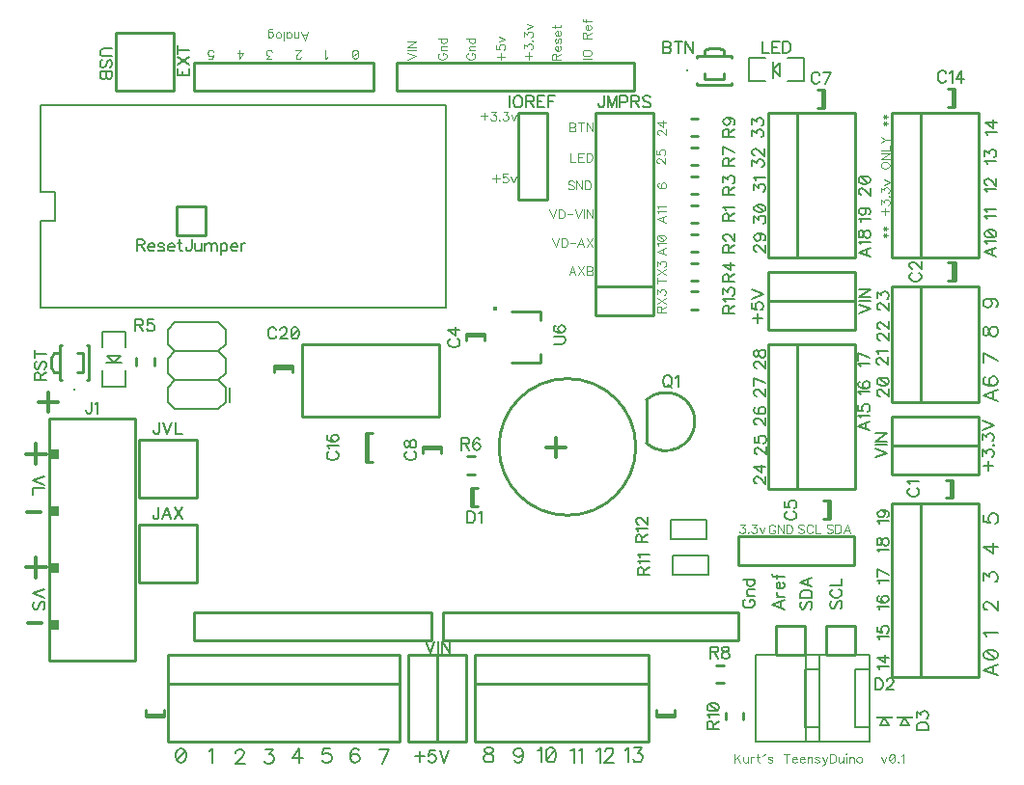
<source format=gto>
G04 DipTrace Beta 2.3.5.2*
%INTeensyDuinoV001-wide.gto*%
%MOIN*%
%ADD10C,0.0098*%
%ADD17C,0.008*%
%ADD28C,0.0118*%
%ADD35C,0.006*%
%ADD41C,0.005*%
%ADD53C,0.0154*%
%ADD117C,0.0062*%
%ADD118C,0.0077*%
%ADD119C,0.0124*%
%ADD120C,0.0046*%
%FSLAX44Y44*%
G04*
G70*
G90*
G75*
G01*
%LNTopSilk*%
%LPD*%
X27465Y27855D2*
D10*
X28134D1*
X27208Y27658D2*
X28390D1*
X27208Y28642D2*
X28390D1*
X28134Y27855D2*
Y28052D1*
X27465Y27855D2*
Y28052D1*
X28390Y27658D2*
Y27717D1*
X27208Y27658D2*
Y27717D1*
X28390Y28642D2*
Y28583D1*
X27208Y28642D2*
Y28583D1*
X27465Y28642D2*
Y28859D1*
X27622Y28937D1*
X27976D1*
X28134Y28642D2*
Y28859D1*
X27976Y28937D1*
D28*
X26854Y28150D3*
X35973Y14005D2*
D10*
Y13375D1*
X36048Y14005D2*
Y13375D1*
Y14005D2*
X35812D1*
X36048Y13375D2*
X35812D1*
X36042Y21525D2*
Y20895D1*
X36117Y21525D2*
Y20895D1*
Y21525D2*
X35881D1*
X36117Y20895D2*
X35881D1*
X8805Y5897D2*
X8175D1*
X8805Y5822D2*
X8175D1*
X8805D2*
Y6058D1*
X8175Y5822D2*
Y6058D1*
X19235Y18983D2*
X19865D1*
X19235Y19058D2*
X19865D1*
X19235D2*
Y18822D1*
X19865Y19058D2*
Y18822D1*
X31732Y13275D2*
Y12645D1*
X31807Y13275D2*
Y12645D1*
Y13275D2*
X31571D1*
X31807Y12645D2*
X31571D1*
X26445Y5897D2*
X25815D1*
X26445Y5822D2*
X25815D1*
X26445D2*
Y6058D1*
X25815Y5822D2*
Y6058D1*
X31532Y27475D2*
Y26845D1*
X31607Y27475D2*
Y26845D1*
Y27475D2*
X31371D1*
X31607Y26845D2*
X31371D1*
X17735Y15082D2*
X18365D1*
X17735Y15157D2*
X18365D1*
X17735D2*
Y14921D1*
X18365Y15157D2*
Y14921D1*
X36024Y27515D2*
Y26885D1*
X36099Y27515D2*
Y26885D1*
Y27515D2*
X35863D1*
X36099Y26885D2*
X35863D1*
X15828Y14638D2*
Y15622D1*
X15753Y14638D2*
Y15622D1*
Y14638D2*
X15989D1*
X15753Y15622D2*
X15989D1*
X12605Y17872D2*
X13235D1*
X12605Y17947D2*
X13235D1*
X12605D2*
Y17711D1*
X13235Y17947D2*
Y17711D1*
X36930Y7190D2*
Y13190D1*
X34930D1*
Y7190D2*
Y13190D1*
X36930Y7190D2*
X34930D1*
Y13190D1*
X33930Y7190D2*
Y13190D1*
X34930Y7190D2*
X33930D1*
X34930Y13190D2*
X33930D1*
X36930Y21690D2*
Y26690D1*
X34930Y21690D2*
Y26690D1*
X36930Y21690D2*
X34930D1*
X36930Y26690D2*
X34930D1*
X33930D1*
X34930Y21690D2*
Y26690D1*
X33930Y21690D2*
Y26690D1*
X34930Y21690D2*
X33930D1*
X36930Y20690D2*
X34930D1*
Y16690D2*
Y20690D1*
X36930Y16690D2*
X34930D1*
X36930D2*
Y20690D1*
X32680Y13690D2*
Y18690D1*
X30680Y13690D2*
Y18690D1*
X32680Y13690D2*
X30680D1*
X32680Y18690D2*
X30680D1*
X34930Y20690D2*
X33930D1*
X34930Y16690D2*
Y20690D1*
X33930Y16690D2*
Y20690D1*
X34930Y16690D2*
X33930D1*
X16930Y4940D2*
Y6940D1*
X8930Y4940D2*
Y6940D1*
Y4940D2*
X16930D1*
X8930Y6940D2*
X16930D1*
X8930Y7940D2*
X16930D1*
X8930Y6940D2*
Y7940D1*
Y6940D2*
X16930D1*
Y7940D1*
X19530Y4940D2*
X25530D1*
Y6940D1*
X19530D2*
X25530D1*
X19530Y4940D2*
Y6940D1*
X25530D1*
X19530Y7940D2*
X25530D1*
X19530Y6940D2*
Y7940D1*
X25530Y6940D2*
Y7940D1*
X32680Y21690D2*
Y26690D1*
X30680Y21690D2*
Y26690D1*
X32680Y21690D2*
X30680D1*
X32680Y26690D2*
X30680D1*
X19403Y13725D2*
X19639D1*
X19403Y13095D2*
X19639D1*
X19478D2*
Y13725D1*
X19403Y13095D2*
Y13725D1*
X33680Y5788D2*
D35*
X33837Y5533D1*
X33523D1*
X33680Y5788D1*
G36*
X33404Y5828D2*
X33956D1*
Y5749D1*
X33404D1*
Y5828D1*
G37*
X34380Y5788D2*
D35*
X34537Y5533D1*
X34223D1*
X34380Y5788D1*
G36*
X34104Y5828D2*
X34656D1*
Y5749D1*
X34104D1*
Y5828D1*
G37*
X32630Y11040D2*
D10*
Y12040D1*
X28630Y11040D2*
X32630D1*
X28630Y12040D2*
X32630D1*
X28630Y11040D2*
Y12040D1*
X4831Y16113D2*
Y7767D1*
X7784D1*
Y16113D1*
X4831D1*
G36*
X5178Y15050D2*
X4863D1*
Y14735D1*
X5178D1*
Y15050D1*
G37*
G36*
Y13082D2*
X4863D1*
Y12767D1*
X5178D1*
Y13082D1*
G37*
G36*
Y11114D2*
X4863D1*
Y10799D1*
X5178D1*
Y11114D1*
G37*
G36*
Y9144D2*
X4863D1*
Y8829D1*
X5178D1*
Y9144D1*
G37*
X16028Y27448D2*
D10*
X9832D1*
Y28432D1*
X16028D1*
Y27448D1*
X25028D2*
X16832D1*
Y28432D1*
X25028D1*
Y27448D1*
X9832Y9432D2*
X18028D1*
Y8448D1*
X9832D1*
Y9432D1*
X18432D2*
X28628D1*
Y8448D1*
X18432D1*
Y9432D1*
X30680Y18690D2*
X29680D1*
X30680Y13690D2*
Y18690D1*
X29680Y13690D2*
Y18690D1*
X30680Y13690D2*
X29680D1*
X30680Y26690D2*
X29680D1*
X30680Y21690D2*
Y26690D1*
X29680Y21690D2*
Y26690D1*
X30680Y21690D2*
X29680D1*
X9930Y10460D2*
X7930D1*
X9930Y12460D2*
Y10460D1*
X7930Y12460D2*
Y10460D1*
X9930Y12460D2*
X7930D1*
X29230Y4940D2*
D41*
X31430D1*
X29230Y7940D2*
X31430D1*
X29230D2*
Y4940D1*
X31430Y7940D2*
Y7440D1*
Y5440D1*
Y4940D1*
Y5440D2*
X30930D1*
Y7440D1*
X31430D1*
X30980Y4940D2*
X33180D1*
X30980Y7940D2*
X33180D1*
X30980D2*
Y4940D1*
X33180Y7940D2*
Y7440D1*
Y5440D1*
Y4940D1*
Y5440D2*
X32680D1*
Y7440D1*
X33180D1*
X33930Y14190D2*
D10*
Y15190D1*
X36930D1*
Y14190D2*
Y15190D1*
X33930Y14190D2*
X36930D1*
X33930Y15190D2*
Y16190D1*
X36930D1*
Y15190D2*
Y16190D1*
X33930Y15190D2*
X36930D1*
X17230Y7940D2*
X18230D1*
Y4940D1*
X17230D2*
X18230D1*
X17230Y7940D2*
Y4940D1*
X18230Y7940D2*
X19230D1*
Y4940D1*
X18230D2*
X19230D1*
X18230Y7940D2*
Y4940D1*
X32680Y20190D2*
Y19190D1*
X29680D1*
Y20190D2*
Y19190D1*
X32680Y20190D2*
X29680D1*
X32680Y21190D2*
Y20190D1*
X29680D1*
Y21190D2*
Y20190D1*
X32680Y21190D2*
X29680D1*
X23700Y26690D2*
Y20690D1*
X25700D1*
Y26690D2*
Y20690D1*
X23700Y26690D2*
X25700D1*
X30930Y8940D2*
X29930D1*
X30930Y7940D2*
Y8940D1*
Y7940D2*
X29930D1*
Y8940D1*
X32680D2*
X31680D1*
X32680Y7940D2*
Y8940D1*
Y7940D2*
X31680D1*
Y8940D1*
X25700Y19690D2*
Y20690D1*
X23700Y19690D2*
X25700D1*
X23700D2*
Y20690D1*
X25700D1*
X9130Y27440D2*
X7130D1*
X9130Y29440D2*
Y27440D1*
X7130Y29440D2*
Y27440D1*
X9130Y29440D2*
X7130D1*
X7930Y15390D2*
X9930D1*
X7930Y13390D2*
Y15390D1*
X9930Y13390D2*
Y15390D1*
X7930Y13390D2*
X9930D1*
X30343Y27786D2*
D17*
X30894D1*
Y28574D1*
X30343D1*
X29556Y27786D2*
X29005D1*
Y28574D1*
X29556D1*
X29831Y27904D2*
Y28180D1*
Y28456D1*
Y28180D2*
X30068Y27944D1*
Y28416D1*
X29831Y28180D1*
X7454Y18573D2*
Y19124D1*
X6666D1*
Y18573D1*
X7454Y17786D2*
Y17235D1*
X6666D1*
Y17786D1*
X7336Y18061D2*
X7060D1*
X6784D1*
X7060D2*
X7296Y18298D1*
X6824D1*
X7060Y18061D1*
X25459Y16776D2*
D10*
G02X25459Y15264I666J-756D01*
G01*
Y16776D1*
X27228Y23505D2*
X26992D1*
X27228Y22875D2*
X26992D1*
Y21875D2*
X27228D1*
X26992Y22505D2*
X27228D1*
X26992Y23875D2*
X27228D1*
X26992Y24505D2*
X27228D1*
Y21505D2*
X26992D1*
X27228Y20875D2*
X26992D1*
X8455Y17971D2*
Y18207D1*
X7825Y17971D2*
Y18207D1*
X19517Y14815D2*
X19281D1*
X19517Y14185D2*
X19281D1*
X26992Y24875D2*
X27228D1*
X26992Y25505D2*
X27228D1*
X28117Y7605D2*
X27881D1*
X28117Y6975D2*
X27881D1*
X26992Y25875D2*
X27228D1*
X26992Y26505D2*
X27228D1*
X28185Y5957D2*
Y5721D1*
X28815Y5957D2*
Y5721D1*
X26364Y11405D2*
D17*
Y10735D1*
X27584D1*
Y11405D1*
X26364D1*
X26304Y12615D2*
Y11945D1*
X27524D1*
Y12615D1*
X26304D1*
X27228Y20515D2*
D10*
X26992D1*
X27228Y19885D2*
X26992D1*
X10230Y23450D2*
X9230D1*
X10230Y22450D2*
Y23450D1*
Y22450D2*
X9230D1*
Y23450D1*
X5995Y17725D2*
Y18394D1*
X6192Y17468D2*
Y18650D1*
X5208Y17468D2*
Y18650D1*
X5995Y18394D2*
X5798D1*
X5995Y17725D2*
X5798D1*
X6192Y18650D2*
X6133D1*
X6192Y17468D2*
X6133D1*
X5208Y18650D2*
X5267D1*
X5208Y17468D2*
X5267D1*
X5208Y17725D2*
X4991D1*
X4913Y17882D1*
Y18236D1*
X5208Y18394D2*
X4991D1*
X4913Y18236D1*
D28*
X5700Y17114D3*
X20368Y15140D2*
D10*
G02X20368Y15140I2362J0D01*
G01*
X10680Y16440D2*
D17*
X10930Y16690D1*
Y17190D2*
X10680Y17440D1*
X10930Y17690D1*
Y18190D2*
X10680Y18440D1*
X10930Y18690D1*
Y19190D2*
X10680Y19440D1*
Y16440D2*
X9180D1*
X8930Y16690D1*
Y17190D1*
X9180Y17440D1*
X8930Y17690D1*
Y18190D1*
X9180Y18440D1*
X8930Y18690D1*
Y19190D1*
X9180Y19440D1*
Y17440D2*
X10680D1*
X9180Y18440D2*
X10680D1*
X9180Y19440D2*
X10680D1*
X10930Y18690D2*
Y19190D1*
Y17690D2*
Y18190D1*
Y16690D2*
Y17190D1*
X11062D2*
Y16690D1*
X5030Y22940D2*
Y23940D1*
X4530D1*
Y26940D1*
X18530D1*
Y19940D1*
X4530D1*
Y22940D1*
X5030D1*
X13553Y18690D2*
D10*
X18307D1*
Y16190D1*
X13553D1*
Y18690D1*
X20804Y19826D2*
X21788D1*
Y19530D1*
Y18350D2*
Y18054D1*
X20804D1*
D53*
X20218Y19917D3*
X21030Y26690D2*
D10*
X22030D1*
Y23690D1*
X21030D2*
X22030D1*
X21030Y26690D2*
Y23690D1*
X26025Y29153D2*
D117*
Y28751D1*
X26198D1*
X26255Y28771D1*
X26274Y28790D1*
X26293Y28828D1*
Y28885D1*
X26274Y28924D1*
X26255Y28943D1*
X26198Y28962D1*
X26255Y28981D1*
X26274Y29000D1*
X26293Y29038D1*
Y29077D1*
X26274Y29115D1*
X26255Y29134D1*
X26198Y29153D1*
X26025D1*
Y28962D2*
X26198D1*
X26551Y29153D2*
Y28751D1*
X26417Y29153D2*
X26684D1*
X27076D2*
Y28751D1*
X26808Y29153D1*
Y28751D1*
X34574Y13724D2*
X34536Y13705D1*
X34497Y13666D1*
X34478Y13628D1*
Y13552D1*
X34497Y13513D1*
X34536Y13475D1*
X34574Y13456D1*
X34631Y13437D1*
X34727D1*
X34784Y13456D1*
X34823Y13475D1*
X34861Y13513D1*
X34880Y13552D1*
Y13628D1*
X34861Y13666D1*
X34823Y13705D1*
X34784Y13724D1*
X34555Y13847D2*
X34536Y13886D1*
X34479Y13943D1*
X34880D1*
X34642Y21158D2*
X34604Y21139D1*
X34566Y21100D1*
X34547Y21062D1*
Y20986D1*
X34566Y20947D1*
X34604Y20909D1*
X34642Y20890D1*
X34700Y20871D1*
X34796D1*
X34853Y20890D1*
X34891Y20909D1*
X34929Y20947D1*
X34949Y20986D1*
Y21062D1*
X34929Y21100D1*
X34891Y21139D1*
X34853Y21158D1*
X34643Y21301D2*
X34624D1*
X34585Y21320D1*
X34566Y21339D1*
X34547Y21377D1*
Y21454D1*
X34566Y21492D1*
X34585Y21511D1*
X34624Y21530D1*
X34662D1*
X34700Y21511D1*
X34757Y21473D1*
X34949Y21281D1*
Y21549D1*
X18705Y18878D2*
X18667Y18859D1*
X18629Y18821D1*
X18610Y18783D1*
Y18706D1*
X18629Y18668D1*
X18667Y18630D1*
X18705Y18610D1*
X18763Y18591D1*
X18859D1*
X18916Y18610D1*
X18954Y18630D1*
X18992Y18668D1*
X19012Y18706D1*
Y18783D1*
X18992Y18821D1*
X18954Y18859D1*
X18916Y18878D1*
X19012Y19193D2*
X18610D1*
X18878Y19002D1*
Y19289D1*
X30332Y12908D2*
X30294Y12889D1*
X30256Y12850D1*
X30237Y12812D1*
Y12736D1*
X30256Y12697D1*
X30294Y12659D1*
X30332Y12640D1*
X30390Y12621D1*
X30486D1*
X30543Y12640D1*
X30581Y12659D1*
X30619Y12697D1*
X30639Y12736D1*
Y12812D1*
X30619Y12850D1*
X30581Y12889D1*
X30543Y12908D1*
X30237Y13261D2*
Y13070D1*
X30409Y13051D1*
X30390Y13070D1*
X30371Y13127D1*
Y13184D1*
X30390Y13242D1*
X30428Y13280D1*
X30486Y13299D1*
X30524D1*
X30581Y13280D1*
X30620Y13242D1*
X30639Y13184D1*
Y13127D1*
X30620Y13070D1*
X30600Y13051D1*
X30562Y13031D1*
X31437Y28005D2*
X31418Y28043D1*
X31379Y28081D1*
X31341Y28100D1*
X31265D1*
X31226Y28081D1*
X31188Y28043D1*
X31169Y28005D1*
X31150Y27947D1*
Y27851D1*
X31169Y27794D1*
X31188Y27756D1*
X31226Y27718D1*
X31265Y27698D1*
X31341D1*
X31379Y27718D1*
X31418Y27756D1*
X31437Y27794D1*
X31637Y27698D2*
X31828Y28100D1*
X31560D1*
X17205Y14987D2*
X17167Y14968D1*
X17129Y14929D1*
X17110Y14891D1*
Y14815D1*
X17129Y14776D1*
X17167Y14738D1*
X17205Y14719D1*
X17263Y14700D1*
X17359D1*
X17416Y14719D1*
X17454Y14738D1*
X17492Y14776D1*
X17512Y14815D1*
Y14891D1*
X17492Y14929D1*
X17454Y14968D1*
X17416Y14987D1*
X17110Y15206D2*
X17129Y15149D1*
X17167Y15129D1*
X17206D1*
X17244Y15149D1*
X17263Y15187D1*
X17282Y15263D1*
X17301Y15321D1*
X17340Y15359D1*
X17378Y15378D1*
X17435D1*
X17473Y15359D1*
X17493Y15340D1*
X17512Y15282D1*
Y15206D1*
X17493Y15149D1*
X17473Y15129D1*
X17435Y15110D1*
X17378D1*
X17340Y15129D1*
X17301Y15168D1*
X17282Y15225D1*
X17263Y15301D1*
X17244Y15340D1*
X17206Y15359D1*
X17167D1*
X17129Y15340D1*
X17110Y15282D1*
Y15206D1*
X35810Y28045D2*
X35791Y28083D1*
X35752Y28121D1*
X35714Y28140D1*
X35638D1*
X35599Y28121D1*
X35561Y28083D1*
X35542Y28045D1*
X35523Y27987D1*
Y27891D1*
X35542Y27834D1*
X35561Y27796D1*
X35599Y27758D1*
X35638Y27738D1*
X35714D1*
X35752Y27758D1*
X35791Y27796D1*
X35810Y27834D1*
X35933Y28063D2*
X35972Y28083D1*
X36029Y28140D1*
Y27738D1*
X36344D2*
Y28140D1*
X36153Y27872D1*
X36440D1*
X14515Y14978D2*
X14477Y14959D1*
X14438Y14920D1*
X14419Y14882D1*
Y14806D1*
X14438Y14767D1*
X14477Y14729D1*
X14515Y14710D1*
X14572Y14691D1*
X14668D1*
X14725Y14710D1*
X14764Y14729D1*
X14802Y14767D1*
X14821Y14806D1*
Y14882D1*
X14802Y14920D1*
X14764Y14959D1*
X14725Y14978D1*
X14496Y15101D2*
X14477Y15140D1*
X14420Y15197D1*
X14821D1*
X14477Y15550D2*
X14439Y15531D1*
X14420Y15474D1*
Y15436D1*
X14439Y15378D1*
X14496Y15340D1*
X14592Y15321D1*
X14687D1*
X14764Y15340D1*
X14802Y15378D1*
X14821Y15436D1*
Y15455D1*
X14802Y15512D1*
X14764Y15550D1*
X14706Y15569D1*
X14687D1*
X14630Y15550D1*
X14592Y15512D1*
X14573Y15455D1*
Y15436D1*
X14592Y15378D1*
X14630Y15340D1*
X14687Y15321D1*
X12672Y19185D2*
X12653Y19223D1*
X12615Y19262D1*
X12577Y19281D1*
X12500D1*
X12462Y19262D1*
X12424Y19223D1*
X12404Y19185D1*
X12385Y19128D1*
Y19032D1*
X12404Y18975D1*
X12424Y18936D1*
X12462Y18898D1*
X12500Y18879D1*
X12577D1*
X12615Y18898D1*
X12653Y18936D1*
X12672Y18975D1*
X12815Y19185D2*
Y19204D1*
X12834Y19242D1*
X12853Y19261D1*
X12891Y19280D1*
X12968D1*
X13006Y19261D1*
X13025Y19242D1*
X13044Y19204D1*
Y19166D1*
X13025Y19127D1*
X12987Y19070D1*
X12796Y18879D1*
X13063D1*
X13302Y19280D2*
X13244Y19261D1*
X13206Y19204D1*
X13187Y19108D1*
Y19051D1*
X13206Y18955D1*
X13244Y18898D1*
X13302Y18879D1*
X13340D1*
X13397Y18898D1*
X13435Y18955D1*
X13455Y19051D1*
Y19108D1*
X13435Y19204D1*
X13397Y19261D1*
X13340Y19280D1*
X13302D1*
X13435Y19204D2*
X13206Y18955D1*
X19277Y12920D2*
Y12518D1*
X19411D1*
X19469Y12538D1*
X19507Y12576D1*
X19526Y12614D1*
X19545Y12671D1*
Y12767D1*
X19526Y12824D1*
X19507Y12863D1*
X19469Y12901D1*
X19411Y12920D1*
X19277D1*
X19669Y12843D2*
X19707Y12863D1*
X19765Y12920D1*
Y12518D1*
X33350Y7142D2*
Y6740D1*
X33484D1*
X33542Y6759D1*
X33580Y6797D1*
X33599Y6836D1*
X33618Y6893D1*
Y6989D1*
X33599Y7046D1*
X33580Y7084D1*
X33542Y7123D1*
X33484Y7142D1*
X33350D1*
X33761Y7046D2*
Y7065D1*
X33780Y7103D1*
X33799Y7122D1*
X33838Y7141D1*
X33914D1*
X33952Y7122D1*
X33971Y7103D1*
X33991Y7065D1*
Y7027D1*
X33971Y6988D1*
X33933Y6931D1*
X33742Y6740D1*
X34010D1*
X34791Y5360D2*
X35193D1*
Y5494D1*
X35174Y5552D1*
X35136Y5590D1*
X35097Y5609D1*
X35040Y5628D1*
X34944D1*
X34887Y5609D1*
X34849Y5590D1*
X34810Y5552D1*
X34791Y5494D1*
Y5360D1*
X34792Y5790D2*
Y6000D1*
X34945Y5886D1*
Y5943D1*
X34964Y5981D1*
X34983Y6000D1*
X35040Y6020D1*
X35078D1*
X35136Y6000D1*
X35174Y5962D1*
X35193Y5905D1*
Y5847D1*
X35174Y5790D1*
X35155Y5771D1*
X35117Y5752D1*
X6293Y16699D2*
Y16393D1*
X6274Y16336D1*
X6255Y16317D1*
X6217Y16297D1*
X6178D1*
X6140Y16317D1*
X6121Y16336D1*
X6102Y16393D1*
Y16431D1*
X6417Y16622D2*
X6455Y16642D1*
X6513Y16699D1*
Y16297D1*
X8615Y13046D2*
Y12740D1*
X8596Y12682D1*
X8577Y12663D1*
X8539Y12644D1*
X8500D1*
X8462Y12663D1*
X8443Y12682D1*
X8424Y12740D1*
Y12778D1*
X9045Y12644D2*
X8892Y13046D1*
X8739Y12644D1*
X8796Y12778D2*
X8987D1*
X9168Y13046D2*
X9436Y12644D1*
Y13046D2*
X9168Y12644D1*
X23994Y27276D2*
Y26970D1*
X23975Y26912D1*
X23955Y26893D1*
X23917Y26874D1*
X23879D1*
X23841Y26893D1*
X23822Y26912D1*
X23802Y26970D1*
Y27008D1*
X24423Y26874D2*
Y27276D1*
X24270Y26874D1*
X24117Y27276D1*
Y26874D1*
X24547Y27065D2*
X24719D1*
X24776Y27084D1*
X24796Y27104D1*
X24815Y27142D1*
Y27199D1*
X24796Y27237D1*
X24776Y27257D1*
X24719Y27276D1*
X24547D1*
Y26874D1*
X24938Y27084D2*
X25110D1*
X25168Y27104D1*
X25187Y27123D1*
X25206Y27161D1*
Y27199D1*
X25187Y27237D1*
X25168Y27257D1*
X25110Y27276D1*
X24938D1*
Y26874D1*
X25072Y27084D2*
X25206Y26874D1*
X25598Y27218D2*
X25560Y27257D1*
X25502Y27276D1*
X25426D1*
X25368Y27257D1*
X25330Y27218D1*
Y27180D1*
X25349Y27142D1*
X25368Y27123D1*
X25406Y27104D1*
X25521Y27065D1*
X25560Y27046D1*
X25579Y27027D1*
X25598Y26989D1*
Y26931D1*
X25560Y26893D1*
X25502Y26874D1*
X25426D1*
X25368Y26893D1*
X25330Y26931D1*
X8634Y15976D2*
Y15670D1*
X8615Y15612D1*
X8596Y15593D1*
X8558Y15574D1*
X8520D1*
X8482Y15593D1*
X8462Y15612D1*
X8443Y15670D1*
Y15708D1*
X8758Y15976D2*
X8911Y15574D1*
X9064Y15976D1*
X9187D2*
Y15574D1*
X9417D1*
X29453Y29159D2*
Y28758D1*
X29682D1*
X30054Y29159D2*
X29806D1*
Y28758D1*
X30054D1*
X29806Y28968D2*
X29959D1*
X30178Y29159D2*
Y28758D1*
X30312D1*
X30369Y28777D1*
X30408Y28815D1*
X30427Y28854D1*
X30446Y28911D1*
Y29006D1*
X30427Y29064D1*
X30408Y29102D1*
X30369Y29140D1*
X30312Y29159D1*
X30178D1*
X26147Y17613D2*
X26109Y17595D1*
X26071Y17556D1*
X26052Y17518D1*
X26032Y17460D1*
Y17365D1*
X26052Y17307D1*
X26071Y17269D1*
X26109Y17231D1*
X26147Y17212D1*
X26224D1*
X26262Y17231D1*
X26300Y17269D1*
X26319Y17307D1*
X26339Y17365D1*
Y17460D1*
X26319Y17518D1*
X26300Y17556D1*
X26262Y17595D1*
X26224Y17613D1*
X26147D1*
X26205Y17288D2*
X26319Y17173D1*
X26462Y17536D2*
X26501Y17556D1*
X26558Y17613D1*
Y17211D1*
X28303Y22946D2*
Y23118D1*
X28284Y23176D1*
X28265Y23195D1*
X28227Y23214D1*
X28188D1*
X28150Y23195D1*
X28131Y23176D1*
X28112Y23118D1*
Y22946D1*
X28514D1*
X28303Y23080D2*
X28514Y23214D1*
X28189Y23338D2*
X28169Y23376D1*
X28112Y23434D1*
X28514D1*
X28303Y21860D2*
Y22032D1*
X28284Y22090D1*
X28265Y22109D1*
X28227Y22128D1*
X28188D1*
X28150Y22109D1*
X28131Y22090D1*
X28112Y22032D1*
Y21860D1*
X28514D1*
X28303Y21994D2*
X28514Y22128D1*
X28208Y22271D2*
X28189D1*
X28150Y22290D1*
X28131Y22309D1*
X28112Y22348D1*
Y22424D1*
X28131Y22462D1*
X28150Y22481D1*
X28189Y22501D1*
X28227D1*
X28265Y22481D1*
X28322Y22443D1*
X28514Y22252D1*
Y22520D1*
X28303Y23860D2*
Y24032D1*
X28284Y24090D1*
X28265Y24109D1*
X28227Y24128D1*
X28188D1*
X28150Y24109D1*
X28131Y24090D1*
X28112Y24032D1*
Y23860D1*
X28514D1*
X28303Y23994D2*
X28514Y24128D1*
X28112Y24290D2*
Y24500D1*
X28265Y24386D1*
Y24443D1*
X28284Y24481D1*
X28303Y24500D1*
X28361Y24520D1*
X28399D1*
X28456Y24500D1*
X28495Y24462D1*
X28514Y24405D1*
Y24347D1*
X28495Y24290D1*
X28475Y24271D1*
X28437Y24252D1*
X28303Y20851D2*
Y21023D1*
X28284Y21080D1*
X28265Y21100D1*
X28227Y21119D1*
X28188D1*
X28150Y21100D1*
X28131Y21080D1*
X28112Y21023D1*
Y20851D1*
X28514D1*
X28303Y20985D2*
X28514Y21119D1*
Y21434D2*
X28112D1*
X28380Y21242D1*
Y21529D1*
X7810Y19349D2*
X7982D1*
X8040Y19369D1*
X8059Y19388D1*
X8078Y19426D1*
Y19464D1*
X8059Y19502D1*
X8040Y19522D1*
X7982Y19541D1*
X7810D1*
Y19139D1*
X7944Y19349D2*
X8078Y19139D1*
X8431Y19540D2*
X8240D1*
X8221Y19368D1*
X8240Y19387D1*
X8298Y19407D1*
X8355D1*
X8412Y19387D1*
X8451Y19349D1*
X8470Y19292D1*
Y19254D1*
X8451Y19196D1*
X8412Y19158D1*
X8355Y19139D1*
X8298D1*
X8240Y19158D1*
X8221Y19177D1*
X8202Y19215D1*
X19079Y15249D2*
X19251D1*
X19308Y15268D1*
X19328Y15287D1*
X19347Y15325D1*
Y15364D1*
X19328Y15402D1*
X19308Y15421D1*
X19251Y15440D1*
X19079D1*
Y15038D1*
X19213Y15249D2*
X19347Y15038D1*
X19700Y15383D2*
X19681Y15421D1*
X19623Y15440D1*
X19585D1*
X19528Y15421D1*
X19489Y15363D1*
X19470Y15268D1*
Y15172D1*
X19489Y15096D1*
X19528Y15057D1*
X19585Y15038D1*
X19604D1*
X19661Y15057D1*
X19700Y15096D1*
X19719Y15153D1*
Y15172D1*
X19700Y15230D1*
X19661Y15268D1*
X19604Y15287D1*
X19585D1*
X19528Y15268D1*
X19489Y15230D1*
X19470Y15172D1*
X28303Y24860D2*
Y25032D1*
X28284Y25090D1*
X28265Y25109D1*
X28227Y25128D1*
X28188D1*
X28150Y25109D1*
X28131Y25090D1*
X28112Y25032D1*
Y24860D1*
X28514D1*
X28303Y24994D2*
X28514Y25128D1*
Y25328D2*
X28112Y25520D1*
Y25252D1*
X27669Y8039D2*
X27841D1*
X27899Y8058D1*
X27918Y8077D1*
X27937Y8115D1*
Y8154D1*
X27918Y8192D1*
X27899Y8211D1*
X27841Y8230D1*
X27669D1*
Y7828D1*
X27803Y8039D2*
X27937Y7828D1*
X28156Y8230D2*
X28099Y8211D1*
X28080Y8173D1*
Y8134D1*
X28099Y8096D1*
X28137Y8077D1*
X28214Y8058D1*
X28271Y8039D1*
X28309Y8000D1*
X28328Y7962D1*
Y7905D1*
X28309Y7867D1*
X28290Y7847D1*
X28233Y7828D1*
X28156D1*
X28099Y7847D1*
X28080Y7867D1*
X28061Y7905D1*
Y7962D1*
X28080Y8000D1*
X28118Y8039D1*
X28175Y8058D1*
X28252Y8077D1*
X28290Y8096D1*
X28309Y8134D1*
Y8173D1*
X28290Y8211D1*
X28233Y8230D1*
X28156D1*
X28303Y25870D2*
Y26042D1*
X28284Y26099D1*
X28265Y26119D1*
X28227Y26138D1*
X28188D1*
X28150Y26119D1*
X28131Y26099D1*
X28112Y26042D1*
Y25870D1*
X28514D1*
X28303Y26004D2*
X28514Y26138D1*
X28246Y26510D2*
X28303Y26491D1*
X28342Y26453D1*
X28361Y26395D1*
Y26376D1*
X28342Y26319D1*
X28303Y26281D1*
X28246Y26261D1*
X28227D1*
X28169Y26281D1*
X28131Y26319D1*
X28112Y26376D1*
Y26395D1*
X28131Y26453D1*
X28169Y26491D1*
X28246Y26510D1*
X28342D1*
X28437Y26491D1*
X28495Y26453D1*
X28514Y26395D1*
Y26357D1*
X28495Y26300D1*
X28456Y26281D1*
X27751Y5399D2*
Y5571D1*
X27732Y5629D1*
X27713Y5648D1*
X27675Y5667D1*
X27636D1*
X27598Y5648D1*
X27579Y5629D1*
X27560Y5571D1*
Y5399D1*
X27962D1*
X27751Y5533D2*
X27962Y5667D1*
X27637Y5791D2*
X27617Y5829D1*
X27560Y5887D1*
X27962D1*
X27560Y6125D2*
X27579Y6068D1*
X27637Y6029D1*
X27732Y6010D1*
X27790D1*
X27885Y6029D1*
X27943Y6068D1*
X27962Y6125D1*
Y6163D1*
X27943Y6221D1*
X27885Y6259D1*
X27790Y6278D1*
X27732D1*
X27637Y6259D1*
X27579Y6221D1*
X27560Y6163D1*
Y6125D1*
X27637Y6259D2*
X27885Y6029D1*
X25351Y10717D2*
Y10889D1*
X25332Y10946D1*
X25313Y10965D1*
X25275Y10985D1*
X25236D1*
X25198Y10965D1*
X25179Y10946D1*
X25160Y10889D1*
Y10717D1*
X25562D1*
X25351Y10851D2*
X25562Y10985D1*
X25237Y11108D2*
X25217Y11146D1*
X25160Y11204D1*
X25562D1*
X25237Y11327D2*
X25217Y11366D1*
X25160Y11423D1*
X25562D1*
X25291Y11841D2*
Y12013D1*
X25272Y12070D1*
X25253Y12090D1*
X25215Y12109D1*
X25176D1*
X25138Y12090D1*
X25119Y12070D1*
X25100Y12013D1*
Y11841D1*
X25502D1*
X25291Y11975D2*
X25502Y12109D1*
X25177Y12232D2*
X25157Y12270D1*
X25100Y12328D1*
X25502D1*
X25196Y12471D2*
X25177D1*
X25138Y12490D1*
X25119Y12509D1*
X25100Y12547D1*
Y12624D1*
X25119Y12662D1*
X25138Y12681D1*
X25177Y12700D1*
X25215D1*
X25253Y12681D1*
X25310Y12643D1*
X25502Y12451D1*
Y12719D1*
X28303Y19761D2*
Y19933D1*
X28284Y19990D1*
X28265Y20010D1*
X28227Y20029D1*
X28188D1*
X28150Y20010D1*
X28131Y19990D1*
X28112Y19933D1*
Y19761D1*
X28514D1*
X28303Y19895D2*
X28514Y20029D1*
X28189Y20152D2*
X28169Y20190D1*
X28112Y20248D1*
X28514D1*
X28112Y20410D2*
Y20620D1*
X28265Y20505D1*
Y20563D1*
X28284Y20601D1*
X28303Y20620D1*
X28361Y20639D1*
X28399D1*
X28456Y20620D1*
X28495Y20582D1*
X28514Y20524D1*
Y20467D1*
X28495Y20410D1*
X28475Y20391D1*
X28437Y20371D1*
X7849Y22123D2*
X8021D1*
X8079Y22142D1*
X8098Y22161D1*
X8117Y22199D1*
Y22238D1*
X8098Y22276D1*
X8079Y22295D1*
X8021Y22314D1*
X7849D1*
Y21912D1*
X7983Y22123D2*
X8117Y21912D1*
X8241Y22065D2*
X8470D1*
Y22104D1*
X8451Y22142D1*
X8432Y22161D1*
X8394Y22180D1*
X8336D1*
X8298Y22161D1*
X8260Y22123D1*
X8241Y22065D1*
Y22027D1*
X8260Y21970D1*
X8298Y21932D1*
X8336Y21912D1*
X8394D1*
X8432Y21932D1*
X8470Y21970D1*
X8804Y22123D2*
X8785Y22161D1*
X8728Y22180D1*
X8670D1*
X8613Y22161D1*
X8594Y22123D1*
X8613Y22085D1*
X8651Y22065D1*
X8747Y22046D1*
X8785Y22027D1*
X8804Y21989D1*
Y21970D1*
X8785Y21932D1*
X8728Y21912D1*
X8670D1*
X8613Y21932D1*
X8594Y21970D1*
X8928Y22065D2*
X9157D1*
Y22104D1*
X9138Y22142D1*
X9119Y22161D1*
X9081Y22180D1*
X9023D1*
X8985Y22161D1*
X8947Y22123D1*
X8928Y22065D1*
Y22027D1*
X8947Y21970D1*
X8985Y21932D1*
X9023Y21912D1*
X9081D1*
X9119Y21932D1*
X9157Y21970D1*
X9338Y22314D2*
Y21989D1*
X9357Y21932D1*
X9396Y21912D1*
X9434D1*
X9281Y22180D2*
X9415D1*
X9749Y22314D2*
Y22008D1*
X9730Y21951D1*
X9710Y21932D1*
X9672Y21912D1*
X9634D1*
X9596Y21932D1*
X9577Y21951D1*
X9557Y22008D1*
Y22046D1*
X9872Y22180D2*
Y21989D1*
X9891Y21932D1*
X9930Y21912D1*
X9987D1*
X10025Y21932D1*
X10083Y21989D1*
Y22180D2*
Y21912D1*
X10206Y22180D2*
Y21912D1*
Y22104D2*
X10264Y22161D1*
X10302Y22180D1*
X10359D1*
X10398Y22161D1*
X10417Y22104D1*
Y21912D1*
Y22104D2*
X10474Y22161D1*
X10512Y22180D1*
X10570D1*
X10608Y22161D1*
X10627Y22104D1*
Y21912D1*
X10751Y22180D2*
Y21778D1*
Y22123D2*
X10789Y22161D1*
X10827Y22180D1*
X10885D1*
X10923Y22161D1*
X10961Y22123D1*
X10981Y22065D1*
Y22027D1*
X10961Y21970D1*
X10923Y21931D1*
X10885Y21912D1*
X10827D1*
X10789Y21931D1*
X10751Y21970D1*
X11104Y22065D2*
X11334D1*
Y22104D1*
X11315Y22142D1*
X11296Y22161D1*
X11257Y22180D1*
X11200D1*
X11162Y22161D1*
X11123Y22123D1*
X11104Y22065D1*
Y22027D1*
X11123Y21970D1*
X11162Y21932D1*
X11200Y21912D1*
X11257D1*
X11296Y21932D1*
X11334Y21970D1*
X11457Y22180D2*
Y21912D1*
Y22065D2*
X11477Y22123D1*
X11515Y22161D1*
X11553Y22180D1*
X11611D1*
X4518Y17445D2*
Y17617D1*
X4499Y17675D1*
X4480Y17694D1*
X4442Y17713D1*
X4403D1*
X4365Y17694D1*
X4346Y17675D1*
X4327Y17617D1*
Y17445D1*
X4729D1*
X4518Y17579D2*
X4729Y17713D1*
X4384Y18104D2*
X4346Y18066D1*
X4327Y18009D1*
Y17933D1*
X4346Y17875D1*
X4384Y17837D1*
X4422D1*
X4461Y17856D1*
X4480Y17875D1*
X4499Y17913D1*
X4537Y18028D1*
X4556Y18066D1*
X4576Y18085D1*
X4614Y18104D1*
X4671D1*
X4709Y18066D1*
X4729Y18009D1*
Y17932D1*
X4709Y17875D1*
X4671Y17837D1*
X4327Y18362D2*
X4729D1*
X4327Y18228D2*
Y18496D1*
X22258Y18704D2*
X22545D1*
X22603Y18723D1*
X22641Y18761D1*
X22660Y18819D1*
Y18857D1*
X22641Y18914D1*
X22603Y18953D1*
X22545Y18972D1*
X22258D1*
X22316Y19325D2*
X22278Y19306D1*
X22259Y19248D1*
Y19210D1*
X22278Y19153D1*
X22335Y19114D1*
X22431Y19095D1*
X22526D1*
X22603Y19114D1*
X22641Y19153D1*
X22660Y19210D1*
Y19229D1*
X22641Y19286D1*
X22603Y19325D1*
X22545Y19344D1*
X22526D1*
X22469Y19325D1*
X22431Y19286D1*
X22412Y19229D1*
Y19210D1*
X22431Y19153D1*
X22469Y19114D1*
X22526Y19095D1*
X20747Y27276D2*
Y26874D1*
X20986Y27276D2*
X20947Y27257D1*
X20909Y27218D1*
X20890Y27180D1*
X20871Y27123D1*
Y27027D1*
X20890Y26970D1*
X20909Y26931D1*
X20947Y26893D1*
X20986Y26874D1*
X21062D1*
X21100Y26893D1*
X21139Y26931D1*
X21158Y26970D1*
X21177Y27027D1*
Y27123D1*
X21158Y27180D1*
X21139Y27218D1*
X21100Y27257D1*
X21062Y27276D1*
X20986D1*
X21300Y27084D2*
X21472D1*
X21530Y27104D1*
X21549Y27123D1*
X21568Y27161D1*
Y27199D1*
X21549Y27237D1*
X21530Y27257D1*
X21472Y27276D1*
X21300D1*
Y26874D1*
X21434Y27084D2*
X21568Y26874D1*
X21940Y27276D2*
X21692D1*
Y26874D1*
X21940D1*
X21692Y27084D2*
X21845D1*
X22313Y27276D2*
X22064D1*
Y26874D1*
Y27084D2*
X22217D1*
X9359Y4728D2*
D118*
X9287Y4705D1*
X9239Y4633D1*
X9215Y4513D1*
Y4442D1*
X9239Y4322D1*
X9287Y4250D1*
X9359Y4227D1*
X9406D1*
X9478Y4250D1*
X9526Y4322D1*
X9550Y4442D1*
Y4513D1*
X9526Y4633D1*
X9478Y4705D1*
X9406Y4728D1*
X9359D1*
X9526Y4633D2*
X9239Y4322D1*
X10350Y4638D2*
X10398Y4662D1*
X10470Y4733D1*
Y4232D1*
X11274Y4569D2*
Y4593D1*
X11298Y4641D1*
X11322Y4665D1*
X11370Y4688D1*
X11466D1*
X11513Y4665D1*
X11537Y4641D1*
X11561Y4593D1*
Y4545D1*
X11537Y4497D1*
X11489Y4426D1*
X11250Y4187D1*
X11585D1*
X13479Y4227D2*
Y4728D1*
X13240Y4394D1*
X13599D1*
X14542Y4728D2*
X14303D1*
X14279Y4513D1*
X14303Y4537D1*
X14375Y4562D1*
X14446D1*
X14518Y4537D1*
X14566Y4490D1*
X14590Y4418D1*
Y4370D1*
X14566Y4298D1*
X14518Y4250D1*
X14446Y4227D1*
X14375D1*
X14303Y4250D1*
X14279Y4275D1*
X14255Y4322D1*
X15527Y4657D2*
X15503Y4705D1*
X15431Y4728D1*
X15384D1*
X15312Y4705D1*
X15264Y4633D1*
X15240Y4513D1*
Y4394D1*
X15264Y4298D1*
X15312Y4250D1*
X15384Y4227D1*
X15407D1*
X15479Y4250D1*
X15527Y4298D1*
X15551Y4370D1*
Y4394D1*
X15527Y4466D1*
X15479Y4513D1*
X15407Y4537D1*
X15384D1*
X15312Y4513D1*
X15264Y4466D1*
X15240Y4394D1*
X16341Y4187D2*
X16580Y4688D1*
X16245D1*
X12303Y4698D2*
X12566D1*
X12422Y4507D1*
X12494D1*
X12542Y4483D1*
X12566Y4460D1*
X12590Y4388D1*
Y4340D1*
X12566Y4268D1*
X12518Y4220D1*
X12446Y4197D1*
X12374D1*
X12303Y4220D1*
X12279Y4245D1*
X12255Y4292D1*
X19959Y4748D2*
X19888Y4725D1*
X19864Y4677D1*
Y4629D1*
X19888Y4582D1*
X19936Y4557D1*
X20031Y4533D1*
X20103Y4510D1*
X20151Y4462D1*
X20174Y4414D1*
Y4342D1*
X20151Y4295D1*
X20127Y4270D1*
X20055Y4247D1*
X19959D1*
X19888Y4270D1*
X19864Y4295D1*
X19840Y4342D1*
Y4414D1*
X19864Y4462D1*
X19912Y4510D1*
X19983Y4533D1*
X20079Y4557D1*
X20127Y4582D1*
X20151Y4629D1*
Y4677D1*
X20127Y4725D1*
X20055Y4748D1*
X19959D1*
X21191Y4572D2*
X21167Y4500D1*
X21119Y4452D1*
X21047Y4428D1*
X21024D1*
X20952Y4452D1*
X20904Y4500D1*
X20880Y4572D1*
Y4595D1*
X20904Y4667D1*
X20952Y4715D1*
X21024Y4738D1*
X21047D1*
X21119Y4715D1*
X21167Y4667D1*
X21191Y4572D1*
Y4452D1*
X21167Y4332D1*
X21119Y4260D1*
X21047Y4237D1*
X21000D1*
X20928Y4260D1*
X20904Y4308D1*
X21715Y4648D2*
X21763Y4672D1*
X21835Y4743D1*
Y4242D1*
X22133Y4743D2*
X22061Y4720D1*
X22013Y4648D1*
X21989Y4528D1*
Y4457D1*
X22013Y4337D1*
X22061Y4265D1*
X22133Y4242D1*
X22181D1*
X22252Y4265D1*
X22300Y4337D1*
X22324Y4457D1*
Y4528D1*
X22300Y4648D1*
X22252Y4720D1*
X22181Y4743D1*
X22133D1*
X22300Y4648D2*
X22013Y4337D1*
X22845Y4643D2*
X22893Y4667D1*
X22965Y4738D1*
Y4237D1*
X23119Y4643D2*
X23167Y4667D1*
X23239Y4738D1*
Y4237D1*
X23730Y4638D2*
X23778Y4662D1*
X23850Y4733D1*
Y4232D1*
X24029Y4614D2*
Y4638D1*
X24052Y4686D1*
X24076Y4710D1*
X24124Y4733D1*
X24220D1*
X24267Y4710D1*
X24291Y4686D1*
X24315Y4638D1*
Y4590D1*
X24291Y4542D1*
X24244Y4471D1*
X24004Y4232D1*
X24339D1*
X24720Y4653D2*
X24768Y4677D1*
X24840Y4748D1*
Y4247D1*
X25042Y4748D2*
X25305D1*
X25162Y4557D1*
X25234D1*
X25281Y4533D1*
X25305Y4510D1*
X25329Y4438D1*
Y4390D1*
X25305Y4318D1*
X25257Y4270D1*
X25186Y4247D1*
X25114D1*
X25042Y4270D1*
X25019Y4295D1*
X24994Y4342D1*
X17830Y8430D2*
D117*
X17983Y8028D1*
X18136Y8430D1*
X18259D2*
Y8028D1*
X18651Y8430D2*
Y8028D1*
X18383Y8430D1*
Y8028D1*
X4380Y15244D2*
D119*
Y14555D1*
X4036Y14899D2*
X4725D1*
X4114Y9053D2*
X4556D1*
X37602Y7630D2*
D118*
X37100Y7438D1*
X37602Y7247D1*
X37435Y7318D2*
Y7558D1*
X37100Y7928D2*
X37124Y7856D1*
X37196Y7808D1*
X37315Y7784D1*
X37387D1*
X37507Y7808D1*
X37578Y7856D1*
X37602Y7928D1*
Y7975D1*
X37578Y8047D1*
X37507Y8095D1*
X37387Y8119D1*
X37315D1*
X37196Y8095D1*
X37124Y8047D1*
X37100Y7975D1*
Y7928D1*
X37196Y8095D2*
X37507Y7808D1*
X37192Y8603D2*
X37168Y8651D1*
X37097Y8723D1*
X37598D1*
X37218Y9510D2*
X37195D1*
X37147Y9533D1*
X37123Y9557D1*
X37099Y9605D1*
Y9701D1*
X37123Y9748D1*
X37147Y9772D1*
X37195Y9796D1*
X37242D1*
X37290Y9772D1*
X37362Y9725D1*
X37601Y9485D1*
Y9820D1*
X37099Y10523D2*
Y10786D1*
X37290Y10643D1*
Y10715D1*
X37314Y10762D1*
X37338Y10786D1*
X37410Y10810D1*
X37457D1*
X37529Y10786D1*
X37577Y10738D1*
X37601Y10666D1*
Y10595D1*
X37577Y10523D1*
X37553Y10500D1*
X37505Y10475D1*
X37599Y11703D2*
X37097D1*
X37432Y11463D1*
Y11822D1*
X37109Y12792D2*
Y12553D1*
X37324Y12530D1*
X37300Y12553D1*
X37276Y12625D1*
Y12696D1*
X37300Y12768D1*
X37348Y12816D1*
X37420Y12840D1*
X37467D1*
X37539Y12816D1*
X37587Y12768D1*
X37611Y12696D1*
Y12625D1*
X37587Y12553D1*
X37563Y12530D1*
X37515Y12505D1*
X37592Y17110D2*
X37090Y16918D1*
X37592Y16727D1*
X37425Y16798D2*
Y17038D1*
X37162Y17551D2*
X37114Y17527D1*
X37090Y17455D1*
Y17408D1*
X37114Y17336D1*
X37186Y17288D1*
X37305Y17264D1*
X37425D1*
X37520Y17288D1*
X37568Y17336D1*
X37592Y17408D1*
Y17431D1*
X37568Y17503D1*
X37520Y17551D1*
X37449Y17575D1*
X37425D1*
X37353Y17551D1*
X37305Y17503D1*
X37282Y17431D1*
Y17408D1*
X37305Y17336D1*
X37353Y17288D1*
X37425Y17264D1*
X37598Y18138D2*
X37097Y18378D1*
Y18043D1*
X37089Y19085D2*
X37113Y19013D1*
X37160Y18989D1*
X37208D1*
X37256Y19013D1*
X37280Y19061D1*
X37304Y19156D1*
X37328Y19228D1*
X37376Y19276D1*
X37423Y19300D1*
X37495D1*
X37543Y19276D1*
X37567Y19252D1*
X37591Y19180D1*
Y19085D1*
X37567Y19013D1*
X37543Y18989D1*
X37495Y18965D1*
X37423D1*
X37376Y18989D1*
X37328Y19037D1*
X37304Y19108D1*
X37280Y19204D1*
X37256Y19252D1*
X37208Y19276D1*
X37160D1*
X37113Y19252D1*
X37089Y19180D1*
Y19085D1*
X37256Y20266D2*
X37328Y20242D1*
X37376Y20195D1*
X37400Y20123D1*
Y20099D1*
X37376Y20027D1*
X37328Y19980D1*
X37256Y19955D1*
X37232D1*
X37160Y19980D1*
X37113Y20027D1*
X37089Y20099D1*
Y20123D1*
X37113Y20195D1*
X37160Y20242D1*
X37256Y20266D1*
X37376D1*
X37495Y20242D1*
X37567Y20195D1*
X37591Y20123D1*
Y20075D1*
X37567Y20003D1*
X37519Y19980D1*
X33503Y7459D2*
D117*
X33483Y7497D1*
X33426Y7555D1*
X33828D1*
Y7870D2*
X33426D1*
X33694Y7678D1*
Y7965D1*
X33509Y8485D2*
X33490Y8523D1*
X33433Y8581D1*
X33834D1*
X33433Y8934D2*
Y8743D1*
X33605Y8724D1*
X33586Y8743D1*
X33566Y8800D1*
Y8857D1*
X33586Y8915D1*
X33624Y8953D1*
X33681Y8972D1*
X33719D1*
X33777Y8953D1*
X33815Y8915D1*
X33834Y8857D1*
Y8800D1*
X33815Y8743D1*
X33796Y8724D1*
X33758Y8704D1*
X33502Y9538D2*
X33482Y9576D1*
X33425Y9633D1*
X33827D1*
X33482Y9986D2*
X33444Y9967D1*
X33425Y9910D1*
Y9872D1*
X33444Y9814D1*
X33502Y9776D1*
X33597Y9757D1*
X33693D1*
X33769Y9776D1*
X33808Y9814D1*
X33827Y9872D1*
Y9891D1*
X33808Y9948D1*
X33769Y9986D1*
X33712Y10005D1*
X33693D1*
X33635Y9986D1*
X33597Y9948D1*
X33578Y9891D1*
Y9872D1*
X33597Y9814D1*
X33635Y9776D1*
X33693Y9757D1*
X33502Y10438D2*
X33482Y10476D1*
X33425Y10533D1*
X33827D1*
Y10733D2*
X33425Y10925D1*
Y10657D1*
X33500Y11506D2*
X33480Y11544D1*
X33423Y11602D1*
X33825D1*
X33423Y11821D2*
X33442Y11764D1*
X33480Y11744D1*
X33519D1*
X33557Y11764D1*
X33576Y11802D1*
X33595Y11878D1*
X33614Y11936D1*
X33653Y11974D1*
X33691Y11993D1*
X33748D1*
X33786Y11974D1*
X33806Y11955D1*
X33825Y11897D1*
Y11821D1*
X33806Y11764D1*
X33786Y11744D1*
X33748Y11725D1*
X33691D1*
X33653Y11744D1*
X33614Y11783D1*
X33595Y11840D1*
X33576Y11916D1*
X33557Y11955D1*
X33519Y11974D1*
X33480D1*
X33442Y11955D1*
X33423Y11897D1*
Y11821D1*
X33512Y12488D2*
X33492Y12526D1*
X33435Y12583D1*
X33837D1*
X33569Y12956D2*
X33626Y12936D1*
X33665Y12898D1*
X33684Y12841D1*
Y12822D1*
X33665Y12764D1*
X33626Y12726D1*
X33569Y12707D1*
X33550D1*
X33492Y12726D1*
X33454Y12764D1*
X33435Y12822D1*
Y12841D1*
X33454Y12898D1*
X33492Y12936D1*
X33569Y12956D1*
X33665D1*
X33760Y12936D1*
X33818Y12898D1*
X33837Y12841D1*
Y12803D1*
X33818Y12745D1*
X33779Y12726D1*
X33522Y16898D2*
X33503D1*
X33464Y16917D1*
X33445Y16936D1*
X33426Y16975D1*
Y17051D1*
X33445Y17089D1*
X33464Y17108D1*
X33503Y17128D1*
X33541D1*
X33579Y17108D1*
X33636Y17070D1*
X33828Y16879D1*
Y17147D1*
X33426Y17385D2*
X33445Y17328D1*
X33503Y17289D1*
X33598Y17270D1*
X33656D1*
X33751Y17289D1*
X33809Y17328D1*
X33828Y17385D1*
Y17423D1*
X33809Y17481D1*
X33751Y17519D1*
X33656Y17538D1*
X33598D1*
X33503Y17519D1*
X33445Y17481D1*
X33426Y17423D1*
Y17385D1*
X33503Y17519D2*
X33751Y17289D1*
X33498Y17994D2*
X33479D1*
X33441Y18013D1*
X33422Y18032D1*
X33403Y18071D1*
Y18147D1*
X33422Y18185D1*
X33441Y18204D1*
X33479Y18224D1*
X33517D1*
X33556Y18204D1*
X33613Y18166D1*
X33804Y17975D1*
Y18243D1*
X33479Y18366D2*
X33460Y18405D1*
X33403Y18462D1*
X33804D1*
X33521Y18837D2*
X33502D1*
X33463Y18856D1*
X33444Y18875D1*
X33425Y18913D1*
Y18990D1*
X33444Y19028D1*
X33463Y19047D1*
X33502Y19066D1*
X33540D1*
X33578Y19047D1*
X33635Y19009D1*
X33827Y18818D1*
Y19085D1*
X33521Y19228D2*
X33502D1*
X33463Y19247D1*
X33444Y19266D1*
X33425Y19305D1*
Y19381D1*
X33444Y19419D1*
X33463Y19438D1*
X33502Y19458D1*
X33540D1*
X33578Y19438D1*
X33635Y19400D1*
X33827Y19209D1*
Y19477D1*
X33521Y19877D2*
X33502D1*
X33463Y19896D1*
X33444Y19915D1*
X33425Y19953D1*
Y20030D1*
X33444Y20068D1*
X33463Y20087D1*
X33502Y20106D1*
X33540D1*
X33578Y20087D1*
X33635Y20049D1*
X33827Y19858D1*
Y20125D1*
X33425Y20287D2*
Y20497D1*
X33578Y20383D1*
Y20440D1*
X33597Y20478D1*
X33616Y20497D1*
X33674Y20517D1*
X33712D1*
X33769Y20497D1*
X33808Y20459D1*
X33827Y20402D1*
Y20344D1*
X33808Y20287D1*
X33788Y20268D1*
X33750Y20249D1*
X29272Y13878D2*
X29253D1*
X29214Y13897D1*
X29195Y13916D1*
X29176Y13955D1*
Y14031D1*
X29195Y14069D1*
X29214Y14088D1*
X29253Y14108D1*
X29291D1*
X29329Y14088D1*
X29386Y14050D1*
X29578Y13859D1*
Y14127D1*
Y14442D2*
X29176D1*
X29444Y14250D1*
Y14537D1*
X29278Y14894D2*
X29259D1*
X29221Y14913D1*
X29202Y14932D1*
X29183Y14971D1*
Y15047D1*
X29202Y15085D1*
X29221Y15104D1*
X29259Y15124D1*
X29297D1*
X29336Y15104D1*
X29393Y15066D1*
X29584Y14875D1*
Y15143D1*
X29183Y15496D2*
Y15305D1*
X29355Y15286D1*
X29336Y15305D1*
X29316Y15362D1*
Y15419D1*
X29336Y15477D1*
X29374Y15515D1*
X29431Y15534D1*
X29469D1*
X29527Y15515D1*
X29565Y15477D1*
X29584Y15419D1*
Y15362D1*
X29565Y15305D1*
X29546Y15286D1*
X29508Y15266D1*
X29271Y15907D2*
X29252D1*
X29213Y15926D1*
X29194Y15945D1*
X29175Y15983D1*
Y16060D1*
X29194Y16098D1*
X29213Y16117D1*
X29252Y16136D1*
X29290D1*
X29328Y16117D1*
X29385Y16079D1*
X29577Y15888D1*
Y16155D1*
X29232Y16508D2*
X29194Y16489D1*
X29175Y16432D1*
Y16394D1*
X29194Y16336D1*
X29252Y16298D1*
X29347Y16279D1*
X29443D1*
X29519Y16298D1*
X29558Y16336D1*
X29577Y16394D1*
Y16413D1*
X29558Y16470D1*
X29519Y16508D1*
X29462Y16527D1*
X29443D1*
X29385Y16508D1*
X29347Y16470D1*
X29328Y16413D1*
Y16394D1*
X29347Y16336D1*
X29385Y16298D1*
X29443Y16279D1*
X29271Y16897D2*
X29252D1*
X29213Y16916D1*
X29194Y16935D1*
X29175Y16973D1*
Y17050D1*
X29194Y17088D1*
X29213Y17107D1*
X29252Y17126D1*
X29290D1*
X29328Y17107D1*
X29385Y17069D1*
X29577Y16878D1*
Y17145D1*
Y17345D2*
X29175Y17537D1*
Y17269D1*
X29269Y17865D2*
X29250D1*
X29211Y17884D1*
X29192Y17903D1*
X29173Y17942D1*
Y18018D1*
X29192Y18056D1*
X29211Y18075D1*
X29250Y18095D1*
X29288D1*
X29326Y18075D1*
X29383Y18037D1*
X29575Y17846D1*
Y18114D1*
X29173Y18333D2*
X29192Y18276D1*
X29230Y18256D1*
X29269D1*
X29307Y18276D1*
X29326Y18314D1*
X29345Y18390D1*
X29364Y18448D1*
X29403Y18486D1*
X29441Y18505D1*
X29498D1*
X29536Y18486D1*
X29556Y18467D1*
X29575Y18409D1*
Y18333D1*
X29556Y18276D1*
X29536Y18256D1*
X29498Y18237D1*
X29441D1*
X29403Y18256D1*
X29364Y18295D1*
X29345Y18352D1*
X29326Y18428D1*
X29307Y18467D1*
X29269Y18486D1*
X29230D1*
X29192Y18467D1*
X29173Y18409D1*
Y18333D1*
X33178Y16015D2*
X32776Y15862D1*
X33178Y15709D1*
X33044Y15766D2*
Y15958D1*
X32853Y16139D2*
X32833Y16177D1*
X32776Y16235D1*
X33178D1*
X32776Y16588D2*
Y16397D1*
X32948Y16378D1*
X32929Y16397D1*
X32910Y16454D1*
Y16511D1*
X32929Y16569D1*
X32967Y16607D1*
X33025Y16626D1*
X33063D1*
X33120Y16607D1*
X33159Y16569D1*
X33178Y16511D1*
Y16454D1*
X33159Y16397D1*
X33139Y16378D1*
X33101Y16358D1*
X32849Y16945D2*
X32830Y16983D1*
X32773Y17041D1*
X33174D1*
X32830Y17394D2*
X32792Y17375D1*
X32773Y17317D1*
Y17279D1*
X32792Y17222D1*
X32849Y17183D1*
X32945Y17164D1*
X33040D1*
X33117Y17183D1*
X33155Y17222D1*
X33174Y17279D1*
Y17298D1*
X33155Y17355D1*
X33117Y17394D1*
X33059Y17413D1*
X33040D1*
X32983Y17394D1*
X32945Y17355D1*
X32926Y17298D1*
Y17279D1*
X32945Y17222D1*
X32983Y17183D1*
X33040Y17164D1*
X32852Y17918D2*
X32832Y17956D1*
X32775Y18013D1*
X33177D1*
Y18213D2*
X32775Y18405D1*
Y18137D1*
X29262Y21888D2*
X29243D1*
X29204Y21907D1*
X29185Y21926D1*
X29166Y21965D1*
Y22041D1*
X29185Y22079D1*
X29204Y22098D1*
X29243Y22118D1*
X29281D1*
X29319Y22098D1*
X29376Y22060D1*
X29568Y21869D1*
Y22137D1*
X29300Y22509D2*
X29357Y22490D1*
X29396Y22452D1*
X29415Y22394D1*
Y22375D1*
X29396Y22318D1*
X29357Y22280D1*
X29300Y22260D1*
X29281D1*
X29223Y22280D1*
X29185Y22318D1*
X29166Y22375D1*
Y22394D1*
X29185Y22452D1*
X29223Y22490D1*
X29300Y22509D1*
X29396D1*
X29491Y22490D1*
X29549Y22452D1*
X29568Y22394D1*
Y22356D1*
X29549Y22299D1*
X29510Y22280D1*
X29173Y22903D2*
Y23113D1*
X29326Y22999D1*
Y23056D1*
X29345Y23094D1*
X29364Y23113D1*
X29421Y23133D1*
X29459D1*
X29517Y23113D1*
X29555Y23075D1*
X29574Y23018D1*
Y22961D1*
X29555Y22903D1*
X29536Y22884D1*
X29498Y22865D1*
X29173Y23371D2*
X29192Y23314D1*
X29249Y23275D1*
X29345Y23256D1*
X29402D1*
X29498Y23275D1*
X29555Y23314D1*
X29574Y23371D1*
Y23409D1*
X29555Y23467D1*
X29498Y23505D1*
X29402Y23524D1*
X29345D1*
X29249Y23505D1*
X29192Y23467D1*
X29173Y23409D1*
Y23371D1*
X29249Y23505D2*
X29498Y23275D1*
X29165Y24006D2*
Y24216D1*
X29318Y24101D1*
Y24159D1*
X29337Y24197D1*
X29356Y24216D1*
X29414Y24235D1*
X29452D1*
X29509Y24216D1*
X29548Y24178D1*
X29567Y24120D1*
Y24063D1*
X29548Y24006D1*
X29528Y23987D1*
X29490Y23968D1*
X29242Y24359D2*
X29222Y24397D1*
X29165Y24455D1*
X29567D1*
X29115Y24846D2*
Y25056D1*
X29268Y24941D1*
Y24999D1*
X29287Y25037D1*
X29306Y25056D1*
X29364Y25075D1*
X29402D1*
X29459Y25056D1*
X29498Y25018D1*
X29517Y24960D1*
Y24903D1*
X29498Y24846D1*
X29478Y24827D1*
X29440Y24808D1*
X29211Y25218D2*
X29192D1*
X29153Y25237D1*
X29134Y25256D1*
X29115Y25295D1*
Y25371D1*
X29134Y25409D1*
X29153Y25428D1*
X29192Y25448D1*
X29230D1*
X29268Y25428D1*
X29325Y25390D1*
X29517Y25199D1*
Y25467D1*
X29103Y25894D2*
Y26104D1*
X29256Y25990D1*
Y26047D1*
X29275Y26085D1*
X29294Y26104D1*
X29352Y26124D1*
X29390D1*
X29447Y26104D1*
X29486Y26066D1*
X29505Y26009D1*
Y25951D1*
X29486Y25894D1*
X29466Y25875D1*
X29428Y25856D1*
X29103Y26286D2*
Y26496D1*
X29256Y26381D1*
Y26439D1*
X29275Y26477D1*
X29294Y26496D1*
X29352Y26515D1*
X29390D1*
X29447Y26496D1*
X29486Y26458D1*
X29505Y26400D1*
Y26343D1*
X29486Y26286D1*
X29466Y26267D1*
X29428Y26247D1*
X33188Y22015D2*
X32786Y21862D1*
X33188Y21709D1*
X33054Y21766D2*
Y21958D1*
X32863Y22139D2*
X32843Y22177D1*
X32786Y22235D1*
X33188D1*
X32786Y22454D2*
X32805Y22397D1*
X32843Y22377D1*
X32882D1*
X32920Y22397D1*
X32939Y22435D1*
X32958Y22511D1*
X32977Y22569D1*
X33016Y22607D1*
X33054Y22626D1*
X33111D1*
X33149Y22607D1*
X33169Y22588D1*
X33188Y22530D1*
Y22454D1*
X33169Y22397D1*
X33149Y22377D1*
X33111Y22358D1*
X33054D1*
X33016Y22377D1*
X32977Y22416D1*
X32958Y22473D1*
X32939Y22549D1*
X32920Y22588D1*
X32882Y22607D1*
X32843D1*
X32805Y22588D1*
X32786Y22530D1*
Y22454D1*
X32869Y22935D2*
X32850Y22973D1*
X32793Y23031D1*
X33194D1*
X32926Y23403D2*
X32984Y23384D1*
X33022Y23346D1*
X33041Y23288D1*
Y23269D1*
X33022Y23212D1*
X32984Y23174D1*
X32926Y23154D1*
X32907D1*
X32850Y23174D1*
X32812Y23212D1*
X32793Y23269D1*
Y23288D1*
X32812Y23346D1*
X32850Y23384D1*
X32926Y23403D1*
X33022D1*
X33118Y23384D1*
X33175Y23346D1*
X33194Y23288D1*
Y23250D1*
X33175Y23193D1*
X33137Y23174D1*
X32881Y23857D2*
X32862D1*
X32823Y23876D1*
X32804Y23895D1*
X32785Y23933D1*
Y24010D1*
X32804Y24048D1*
X32823Y24067D1*
X32862Y24086D1*
X32900D1*
X32938Y24067D1*
X32995Y24029D1*
X33187Y23838D1*
Y24105D1*
X32785Y24344D2*
X32804Y24286D1*
X32862Y24248D1*
X32957Y24229D1*
X33015D1*
X33110Y24248D1*
X33168Y24286D1*
X33187Y24344D1*
Y24382D1*
X33168Y24439D1*
X33110Y24477D1*
X33015Y24497D1*
X32957D1*
X32862Y24477D1*
X32804Y24439D1*
X32785Y24382D1*
Y24344D1*
X32862Y24477D2*
X33110Y24248D1*
X37548Y22035D2*
X37146Y21882D1*
X37548Y21729D1*
X37414Y21786D2*
Y21978D1*
X37223Y22159D2*
X37203Y22197D1*
X37146Y22255D1*
X37548D1*
X37146Y22493D2*
X37165Y22436D1*
X37223Y22397D1*
X37318Y22378D1*
X37376D1*
X37471Y22397D1*
X37529Y22436D1*
X37548Y22493D1*
Y22531D1*
X37529Y22589D1*
X37471Y22627D1*
X37376Y22646D1*
X37318D1*
X37223Y22627D1*
X37165Y22589D1*
X37146Y22531D1*
Y22493D1*
X37223Y22627D2*
X37471Y22397D1*
X37219Y23025D2*
X37200Y23063D1*
X37143Y23121D1*
X37544D1*
X37219Y23244D2*
X37200Y23283D1*
X37143Y23340D1*
X37544D1*
X37222Y23948D2*
X37202Y23986D1*
X37145Y24043D1*
X37547D1*
X37241Y24186D2*
X37222D1*
X37183Y24205D1*
X37164Y24224D1*
X37145Y24263D1*
Y24339D1*
X37164Y24377D1*
X37183Y24396D1*
X37222Y24416D1*
X37260D1*
X37298Y24396D1*
X37355Y24358D1*
X37547Y24167D1*
Y24435D1*
X37222Y24938D2*
X37202Y24976D1*
X37145Y25033D1*
X37547D1*
X37145Y25195D2*
Y25405D1*
X37298Y25291D1*
Y25348D1*
X37317Y25386D1*
X37336Y25405D1*
X37394Y25425D1*
X37432D1*
X37489Y25405D1*
X37528Y25367D1*
X37547Y25310D1*
Y25252D1*
X37528Y25195D1*
X37508Y25176D1*
X37470Y25157D1*
X37230Y25936D2*
X37210Y25974D1*
X37153Y26032D1*
X37555D1*
Y26347D2*
X37153D1*
X37421Y26155D1*
Y26442D1*
X17632Y4611D2*
Y4267D1*
X17460Y4439D2*
X17804D1*
X18157Y4640D2*
X17966D1*
X17947Y4468D1*
X17966Y4487D1*
X18024Y4506D1*
X18081D1*
X18138Y4487D1*
X18177Y4449D1*
X18196Y4391D1*
Y4353D1*
X18177Y4296D1*
X18138Y4257D1*
X18081Y4238D1*
X18024D1*
X17966Y4257D1*
X17947Y4277D1*
X17928Y4315D1*
X18319Y4640D2*
X18472Y4238D1*
X18625Y4640D1*
X29117Y19584D2*
X29461D1*
X29289Y19412D2*
Y19757D1*
X29088Y20110D2*
Y19919D1*
X29260Y19900D1*
X29241Y19919D1*
X29222Y19976D1*
Y20033D1*
X29241Y20091D1*
X29279Y20129D1*
X29337Y20148D1*
X29375D1*
X29432Y20129D1*
X29471Y20091D1*
X29490Y20033D1*
Y19976D1*
X29471Y19919D1*
X29451Y19900D1*
X29413Y19880D1*
X29088Y20272D2*
X29490Y20425D1*
X29088Y20578D1*
X32805Y19765D2*
X33207Y19918D1*
X32805Y20071D1*
Y20194D2*
X33207D1*
X32805Y20586D2*
X33207D1*
X32805Y20318D1*
X33207D1*
X33365Y14785D2*
X33767Y14938D1*
X33365Y15091D1*
Y15214D2*
X33767D1*
X33365Y15606D2*
X33767D1*
X33365Y15338D1*
X33767D1*
X37087Y14494D2*
X37431D1*
X37259Y14322D2*
Y14667D1*
X37058Y14829D2*
Y15039D1*
X37211Y14924D1*
Y14982D1*
X37230Y15020D1*
X37249Y15039D1*
X37307Y15058D1*
X37345D1*
X37402Y15039D1*
X37441Y15001D1*
X37460Y14943D1*
Y14886D1*
X37441Y14829D1*
X37421Y14810D1*
X37383Y14790D1*
X37421Y15201D2*
X37441Y15182D1*
X37460Y15201D1*
X37441Y15220D1*
X37421Y15201D1*
X37058Y15382D2*
Y15592D1*
X37211Y15478D1*
Y15535D1*
X37230Y15573D1*
X37249Y15592D1*
X37307Y15612D1*
X37345D1*
X37402Y15592D1*
X37441Y15554D1*
X37460Y15497D1*
Y15439D1*
X37441Y15382D1*
X37421Y15363D1*
X37383Y15344D1*
X37058Y15735D2*
X37460Y15888D1*
X37058Y16041D1*
X22953Y24301D2*
D120*
X22925Y24330D1*
X22882Y24344D1*
X22824D1*
X22781Y24330D1*
X22752Y24301D1*
Y24272D1*
X22767Y24244D1*
X22781Y24229D1*
X22810Y24215D1*
X22896Y24186D1*
X22925Y24172D1*
X22939Y24157D1*
X22953Y24129D1*
Y24086D1*
X22925Y24057D1*
X22882Y24043D1*
X22824D1*
X22781Y24057D1*
X22752Y24086D1*
X23247Y24344D2*
Y24043D1*
X23046Y24344D1*
Y24043D1*
X23339Y24344D2*
Y24043D1*
X23440D1*
X23483Y24057D1*
X23512Y24086D1*
X23526Y24115D1*
X23540Y24157D1*
Y24229D1*
X23526Y24272D1*
X23512Y24301D1*
X23483Y24330D1*
X23440Y24344D1*
X23339D1*
X22112Y23344D2*
X22227Y23043D1*
X22342Y23344D1*
X22434D2*
Y23043D1*
X22535D1*
X22578Y23057D1*
X22607Y23086D1*
X22621Y23115D1*
X22635Y23157D1*
Y23229D1*
X22621Y23272D1*
X22607Y23301D1*
X22578Y23330D1*
X22535Y23344D1*
X22434D1*
X22728Y23193D2*
X22894D1*
X22986Y23344D2*
X23101Y23043D1*
X23216Y23344D1*
X23309D2*
Y23043D1*
X23602Y23344D2*
Y23043D1*
X23401Y23344D1*
Y23043D1*
X23012Y21073D2*
X22897Y21374D1*
X22782Y21073D1*
X22825Y21173D2*
X22969D1*
X23105Y21374D2*
X23306Y21073D1*
Y21374D2*
X23105Y21073D1*
X23398Y21374D2*
Y21073D1*
X23528D1*
X23571Y21087D1*
X23585Y21102D1*
X23599Y21130D1*
Y21173D1*
X23585Y21202D1*
X23571Y21216D1*
X23528Y21231D1*
X23571Y21245D1*
X23585Y21259D1*
X23599Y21288D1*
Y21317D1*
X23585Y21345D1*
X23571Y21360D1*
X23528Y21374D1*
X23398D1*
Y21231D2*
X23528D1*
X22802Y26344D2*
Y26043D1*
X22932D1*
X22975Y26057D1*
X22989Y26072D1*
X23003Y26100D1*
Y26143D1*
X22989Y26172D1*
X22975Y26186D1*
X22932Y26201D1*
X22975Y26215D1*
X22989Y26229D1*
X23003Y26258D1*
Y26287D1*
X22989Y26315D1*
X22975Y26330D1*
X22932Y26344D1*
X22802D1*
Y26201D2*
X22932D1*
X23196Y26344D2*
Y26043D1*
X23096Y26344D2*
X23297D1*
X23590D2*
Y26043D1*
X23389Y26344D1*
Y26043D1*
X22842Y25304D2*
Y25003D1*
X23014D1*
X23293Y25304D2*
X23107D1*
Y25003D1*
X23293D1*
X23107Y25161D2*
X23222D1*
X23386Y25304D2*
Y25003D1*
X23487D1*
X23530Y25017D1*
X23558Y25046D1*
X23573Y25075D1*
X23587Y25117D1*
Y25189D1*
X23573Y25232D1*
X23558Y25261D1*
X23530Y25290D1*
X23487Y25304D1*
X23386D1*
X28881Y9872D2*
D117*
X28843Y9853D1*
X28804Y9814D1*
X28785Y9776D1*
Y9700D1*
X28804Y9661D1*
X28843Y9623D1*
X28881Y9604D1*
X28938Y9585D1*
X29034D1*
X29091Y9604D1*
X29130Y9623D1*
X29168Y9661D1*
X29187Y9700D1*
Y9776D1*
X29168Y9814D1*
X29130Y9853D1*
X29091Y9872D1*
X29034D1*
Y9776D1*
X28919Y9995D2*
X29187D1*
X28996D2*
X28938Y10053D1*
X28919Y10091D1*
Y10148D1*
X28938Y10187D1*
X28996Y10206D1*
X29187D1*
X28785Y10559D2*
X29187D1*
X28977D2*
X28938Y10521D1*
X28919Y10482D1*
Y10425D1*
X28938Y10387D1*
X28977Y10348D1*
X29034Y10329D1*
X29072D1*
X29130Y10348D1*
X29168Y10387D1*
X29187Y10425D1*
Y10482D1*
X29168Y10521D1*
X29130Y10559D1*
X30217Y9841D2*
X29815Y9688D1*
X30217Y9535D1*
X30083Y9592D2*
Y9784D1*
X29949Y9965D2*
X30217D1*
X30064D2*
X30007Y9984D1*
X29968Y10022D1*
X29949Y10061D1*
Y10118D1*
X30064Y10242D2*
Y10471D1*
X30026D1*
X29987Y10452D1*
X29968Y10433D1*
X29949Y10395D1*
Y10337D1*
X29968Y10299D1*
X30007Y10261D1*
X30064Y10242D1*
X30102D1*
X30160Y10261D1*
X30198Y10299D1*
X30217Y10337D1*
Y10395D1*
X30198Y10433D1*
X30160Y10471D1*
X29815Y10748D2*
Y10709D1*
X29834Y10671D1*
X29892Y10652D1*
X30217D1*
X29949Y10595D2*
Y10729D1*
X30833Y9803D2*
X30794Y9765D1*
X30775Y9707D1*
Y9631D1*
X30794Y9573D1*
X30833Y9535D1*
X30871D1*
X30909Y9554D1*
X30928Y9573D1*
X30947Y9611D1*
X30986Y9726D1*
X31005Y9765D1*
X31024Y9784D1*
X31062Y9803D1*
X31120D1*
X31158Y9765D1*
X31177Y9707D1*
Y9631D1*
X31158Y9573D1*
X31120Y9535D1*
X30775Y9926D2*
X31177D1*
Y10060D1*
X31158Y10118D1*
X31120Y10156D1*
X31081Y10175D1*
X31024Y10194D1*
X30928D1*
X30871Y10175D1*
X30833Y10156D1*
X30794Y10118D1*
X30775Y10060D1*
Y9926D1*
X31177Y10624D2*
X30775Y10471D1*
X31177Y10318D1*
X31043Y10375D2*
Y10567D1*
X31863Y9813D2*
X31824Y9775D1*
X31805Y9717D1*
Y9641D1*
X31824Y9583D1*
X31863Y9545D1*
X31901D1*
X31939Y9564D1*
X31958Y9583D1*
X31977Y9621D1*
X32016Y9736D1*
X32035Y9775D1*
X32054Y9794D1*
X32092Y9813D1*
X32150D1*
X32188Y9775D1*
X32207Y9717D1*
Y9641D1*
X32188Y9583D1*
X32150Y9545D1*
X31901Y10223D2*
X31863Y10204D1*
X31824Y10166D1*
X31805Y10128D1*
Y10051D1*
X31824Y10013D1*
X31863Y9975D1*
X31901Y9955D1*
X31958Y9936D1*
X32054D1*
X32111Y9955D1*
X32150Y9975D1*
X32188Y10013D1*
X32207Y10051D1*
Y10128D1*
X32188Y10166D1*
X32150Y10204D1*
X32111Y10223D1*
X31805Y10347D2*
X32207D1*
Y10576D1*
X30894Y12419D2*
D120*
X30866Y12448D1*
X30823Y12463D1*
X30765D1*
X30722Y12448D1*
X30694Y12419D1*
Y12391D1*
X30708Y12362D1*
X30722Y12348D1*
X30751Y12334D1*
X30837Y12305D1*
X30866Y12290D1*
X30880Y12276D1*
X30894Y12247D1*
Y12204D1*
X30866Y12176D1*
X30823Y12161D1*
X30765D1*
X30722Y12176D1*
X30694Y12204D1*
X31202Y12391D2*
X31188Y12419D1*
X31159Y12448D1*
X31131Y12463D1*
X31073D1*
X31044Y12448D1*
X31016Y12419D1*
X31001Y12391D1*
X30987Y12348D1*
Y12276D1*
X31001Y12233D1*
X31016Y12204D1*
X31044Y12176D1*
X31073Y12161D1*
X31131D1*
X31159Y12176D1*
X31188Y12204D1*
X31202Y12233D1*
X31295Y12463D2*
Y12161D1*
X31467D1*
X31884Y12419D2*
X31856Y12448D1*
X31813Y12463D1*
X31755D1*
X31712Y12448D1*
X31684Y12419D1*
Y12391D1*
X31698Y12362D1*
X31712Y12348D1*
X31741Y12334D1*
X31827Y12305D1*
X31856Y12290D1*
X31870Y12276D1*
X31884Y12247D1*
Y12204D1*
X31856Y12176D1*
X31813Y12161D1*
X31755D1*
X31712Y12176D1*
X31684Y12204D1*
X31977Y12463D2*
Y12161D1*
X32078D1*
X32121Y12176D1*
X32150Y12204D1*
X32164Y12233D1*
X32178Y12276D1*
Y12348D1*
X32164Y12391D1*
X32150Y12419D1*
X32121Y12448D1*
X32078Y12463D1*
X31977D1*
X32501Y12161D2*
X32385Y12463D1*
X32271Y12161D1*
X32314Y12262D2*
X32457D1*
X29899Y12381D2*
X29884Y12409D1*
X29856Y12438D1*
X29827Y12453D1*
X29770D1*
X29741Y12438D1*
X29712Y12409D1*
X29698Y12381D1*
X29684Y12338D1*
Y12266D1*
X29698Y12223D1*
X29712Y12194D1*
X29741Y12166D1*
X29770Y12151D1*
X29827D1*
X29856Y12166D1*
X29884Y12194D1*
X29899Y12223D1*
Y12266D1*
X29827D1*
X30192Y12453D2*
Y12151D1*
X29991Y12453D1*
Y12151D1*
X30285Y12453D2*
Y12151D1*
X30385D1*
X30429Y12166D1*
X30457Y12194D1*
X30472Y12223D1*
X30486Y12266D1*
Y12338D1*
X30472Y12381D1*
X30457Y12409D1*
X30429Y12438D1*
X30385Y12453D1*
X30285D1*
X28692Y12462D2*
X28850D1*
X28764Y12347D1*
X28807D1*
X28836Y12333D1*
X28850Y12319D1*
X28864Y12276D1*
Y12247D1*
X28850Y12204D1*
X28821Y12175D1*
X28778Y12161D1*
X28735D1*
X28692Y12175D1*
X28678Y12190D1*
X28664Y12218D1*
X28971Y12190D2*
X28957Y12175D1*
X28971Y12161D1*
X28986Y12175D1*
X28971Y12190D1*
X29107Y12462D2*
X29265D1*
X29179Y12347D1*
X29222D1*
X29251Y12333D1*
X29265Y12319D1*
X29280Y12276D1*
Y12247D1*
X29265Y12204D1*
X29236Y12175D1*
X29193Y12161D1*
X29150D1*
X29107Y12175D1*
X29093Y12190D1*
X29079Y12218D1*
X29372Y12362D2*
X29458Y12161D1*
X29544Y12362D1*
X22345Y28537D2*
Y28666D1*
X22331Y28709D1*
X22316Y28724D1*
X22288Y28738D1*
X22259D1*
X22230Y28724D1*
X22216Y28709D1*
X22202Y28666D1*
Y28537D1*
X22503D1*
X22345Y28637D2*
X22503Y28738D1*
X22388Y28831D2*
Y29003D1*
X22359D1*
X22331Y28988D1*
X22316Y28974D1*
X22302Y28945D1*
Y28902D1*
X22316Y28874D1*
X22345Y28845D1*
X22388Y28831D1*
X22417D1*
X22460Y28845D1*
X22488Y28874D1*
X22503Y28902D1*
Y28945D1*
X22488Y28974D1*
X22460Y29003D1*
X22345Y29253D2*
X22316Y29239D1*
X22302Y29196D1*
Y29153D1*
X22316Y29110D1*
X22345Y29095D1*
X22374Y29110D1*
X22388Y29138D1*
X22402Y29210D1*
X22417Y29239D1*
X22446Y29253D1*
X22460D1*
X22488Y29239D1*
X22503Y29196D1*
Y29153D1*
X22488Y29110D1*
X22460Y29095D1*
X22388Y29346D2*
Y29518D1*
X22359D1*
X22331Y29504D1*
X22316Y29489D1*
X22302Y29461D1*
Y29417D1*
X22316Y29389D1*
X22345Y29360D1*
X22388Y29346D1*
X22417D1*
X22460Y29360D1*
X22488Y29389D1*
X22503Y29417D1*
Y29461D1*
X22488Y29489D1*
X22460Y29518D1*
X22202Y29654D2*
X22446D1*
X22488Y29668D1*
X22503Y29697D1*
Y29725D1*
X22302Y29611D2*
Y29711D1*
X21253Y28656D2*
X21512D1*
X21383Y28527D2*
Y28785D1*
X21232Y28907D2*
Y29064D1*
X21347Y28978D1*
Y29022D1*
X21361Y29050D1*
X21375Y29064D1*
X21418Y29079D1*
X21447D1*
X21490Y29064D1*
X21519Y29036D1*
X21533Y28993D1*
Y28950D1*
X21519Y28907D1*
X21504Y28893D1*
X21476Y28878D1*
X21504Y29186D2*
X21519Y29172D1*
X21533Y29186D1*
X21519Y29200D1*
X21504Y29186D1*
X21232Y29322D2*
Y29479D1*
X21347Y29393D1*
Y29437D1*
X21361Y29465D1*
X21375Y29479D1*
X21418Y29494D1*
X21447D1*
X21490Y29479D1*
X21519Y29451D1*
X21533Y29408D1*
Y29365D1*
X21519Y29322D1*
X21504Y29308D1*
X21476Y29293D1*
X21332Y29587D2*
X21533Y29673D1*
X21332Y29759D1*
X20293Y28636D2*
X20552D1*
X20423Y28507D2*
Y28765D1*
X20272Y29030D2*
Y28887D1*
X20401Y28873D1*
X20387Y28887D1*
X20372Y28930D1*
Y28973D1*
X20387Y29016D1*
X20415Y29045D1*
X20458Y29059D1*
X20487D1*
X20530Y29045D1*
X20559Y29016D1*
X20573Y28973D1*
Y28930D1*
X20559Y28887D1*
X20544Y28873D1*
X20516Y28858D1*
X20372Y29152D2*
X20573Y29238D1*
X20372Y29324D1*
X19313Y28752D2*
X19285Y28738D1*
X19256Y28709D1*
X19242Y28681D1*
Y28623D1*
X19256Y28594D1*
X19285Y28566D1*
X19313Y28551D1*
X19356Y28537D1*
X19428D1*
X19471Y28551D1*
X19500Y28566D1*
X19528Y28594D1*
X19543Y28623D1*
Y28681D1*
X19528Y28709D1*
X19500Y28738D1*
X19471Y28752D1*
X19428D1*
Y28681D1*
X19342Y28845D2*
X19543D1*
X19399D2*
X19356Y28888D1*
X19342Y28917D1*
Y28960D1*
X19356Y28988D1*
X19399Y29003D1*
X19543D1*
X19242Y29267D2*
X19543D1*
X19385D2*
X19356Y29239D1*
X19342Y29210D1*
Y29167D1*
X19356Y29138D1*
X19385Y29110D1*
X19428Y29095D1*
X19457D1*
X19500Y29110D1*
X19528Y29138D1*
X19543Y29167D1*
Y29210D1*
X19528Y29239D1*
X19500Y29267D1*
X18323Y28752D2*
X18295Y28738D1*
X18266Y28709D1*
X18252Y28681D1*
Y28623D1*
X18266Y28594D1*
X18295Y28566D1*
X18323Y28551D1*
X18366Y28537D1*
X18438D1*
X18481Y28551D1*
X18510Y28566D1*
X18538Y28594D1*
X18553Y28623D1*
Y28681D1*
X18538Y28709D1*
X18510Y28738D1*
X18481Y28752D1*
X18438D1*
Y28681D1*
X18352Y28845D2*
X18553D1*
X18409D2*
X18366Y28888D1*
X18352Y28917D1*
Y28960D1*
X18366Y28988D1*
X18409Y29003D1*
X18553D1*
X18252Y29267D2*
X18553D1*
X18395D2*
X18366Y29239D1*
X18352Y29210D1*
Y29167D1*
X18366Y29138D1*
X18395Y29110D1*
X18438Y29095D1*
X18467D1*
X18510Y29110D1*
X18538Y29138D1*
X18553Y29167D1*
Y29210D1*
X18538Y29239D1*
X18510Y29267D1*
X17212Y28537D2*
X17513Y28652D1*
X17212Y28766D1*
Y28859D2*
X17513D1*
X17212Y29153D2*
X17513D1*
X17212Y28952D1*
X17513D1*
X15415Y28559D2*
X15458Y28573D1*
X15487Y28616D1*
X15501Y28688D1*
Y28731D1*
X15487Y28803D1*
X15458Y28846D1*
X15415Y28860D1*
X15386D1*
X15343Y28846D1*
X15314Y28803D1*
X15300Y28731D1*
Y28688D1*
X15314Y28616D1*
X15343Y28573D1*
X15386Y28559D1*
X15415D1*
X15314Y28616D2*
X15487Y28803D1*
X14446Y28612D2*
X14417Y28597D1*
X14374Y28554D1*
Y28856D1*
X13522Y28626D2*
Y28612D1*
X13507Y28583D1*
X13493Y28569D1*
X13464Y28554D1*
X13407D1*
X13378Y28569D1*
X13364Y28583D1*
X13350Y28612D1*
Y28640D1*
X13364Y28669D1*
X13393Y28712D1*
X13536Y28856D1*
X13335D1*
X12497Y28554D2*
X12340D1*
X12426Y28669D1*
X12383D1*
X12354Y28683D1*
X12340Y28698D1*
X12325Y28741D1*
Y28769D1*
X12340Y28812D1*
X12368Y28841D1*
X12412Y28856D1*
X12455D1*
X12497Y28841D1*
X12512Y28827D1*
X12526Y28798D1*
X11393Y28856D2*
Y28554D1*
X11536Y28755D1*
X11321D1*
X10334Y28554D2*
X10477D1*
X10492Y28683D1*
X10477Y28669D1*
X10434Y28655D1*
X10392D1*
X10348Y28669D1*
X10320Y28698D1*
X10305Y28741D1*
Y28769D1*
X10320Y28812D1*
X10348Y28841D1*
X10392Y28856D1*
X10434D1*
X10477Y28841D1*
X10492Y28827D1*
X10506Y28798D1*
X23252Y28547D2*
X23553D1*
X23252Y28726D2*
X23266Y28697D1*
X23295Y28668D1*
X23323Y28654D1*
X23366Y28640D1*
X23438D1*
X23481Y28654D1*
X23510Y28668D1*
X23538Y28697D1*
X23553Y28726D1*
Y28783D1*
X23538Y28812D1*
X23510Y28841D1*
X23481Y28855D1*
X23438Y28869D1*
X23366D1*
X23323Y28855D1*
X23295Y28841D1*
X23266Y28812D1*
X23252Y28783D1*
Y28726D1*
X23395Y29253D2*
Y29382D1*
X23381Y29425D1*
X23366Y29440D1*
X23338Y29454D1*
X23309D1*
X23280Y29440D1*
X23266Y29425D1*
X23252Y29382D1*
Y29253D1*
X23553D1*
X23395Y29354D2*
X23553Y29454D1*
X23438Y29547D2*
Y29719D1*
X23409D1*
X23381Y29705D1*
X23366Y29690D1*
X23352Y29662D1*
Y29619D1*
X23366Y29590D1*
X23395Y29561D1*
X23438Y29547D1*
X23467D1*
X23510Y29561D1*
X23538Y29590D1*
X23553Y29619D1*
Y29662D1*
X23538Y29690D1*
X23510Y29719D1*
X23252Y29926D2*
Y29898D1*
X23266Y29869D1*
X23309Y29855D1*
X23553D1*
X23352Y29812D2*
Y29912D1*
X13540Y29479D2*
X13655Y29178D1*
X13770Y29479D1*
X13727Y29379D2*
X13583D1*
X13448Y29278D2*
Y29479D1*
Y29336D2*
X13404Y29293D1*
X13376Y29278D1*
X13333D1*
X13304Y29293D1*
X13290Y29336D1*
Y29479D1*
X13025Y29278D2*
Y29479D1*
Y29321D2*
X13053Y29293D1*
X13082Y29278D1*
X13125D1*
X13154Y29293D1*
X13182Y29321D1*
X13197Y29365D1*
Y29393D1*
X13182Y29436D1*
X13154Y29465D1*
X13125Y29479D1*
X13082D1*
X13053Y29465D1*
X13025Y29436D1*
X12932Y29178D2*
Y29479D1*
X12768Y29278D2*
X12797Y29293D1*
X12825Y29321D1*
X12840Y29365D1*
Y29393D1*
X12825Y29436D1*
X12797Y29465D1*
X12768Y29479D1*
X12725D1*
X12696Y29465D1*
X12668Y29436D1*
X12653Y29393D1*
Y29365D1*
X12668Y29321D1*
X12696Y29293D1*
X12725Y29278D1*
X12768D1*
X12388Y29293D2*
Y29522D1*
X12403Y29565D1*
X12417Y29580D1*
X12446Y29594D1*
X12489D1*
X12517Y29580D1*
X12388Y29336D2*
X12417Y29307D1*
X12446Y29293D1*
X12489D1*
X12517Y29307D1*
X12546Y29336D1*
X12560Y29379D1*
Y29408D1*
X12546Y29450D1*
X12517Y29479D1*
X12489Y29494D1*
X12446D1*
X12417Y29479D1*
X12388Y29450D1*
X33617Y22453D2*
X33789D1*
X33660Y22381D2*
X33746Y22525D1*
X33660D2*
X33746Y22381D1*
X33617Y22689D2*
X33789D1*
X33660Y22617D2*
X33746Y22761D1*
X33660D2*
X33746Y22617D1*
X33574Y23274D2*
X33832D1*
X33703Y23145D2*
Y23403D1*
X33552Y23525D2*
Y23682D1*
X33667Y23597D1*
Y23640D1*
X33681Y23668D1*
X33696Y23682D1*
X33739Y23697D1*
X33767D1*
X33810Y23682D1*
X33839Y23654D1*
X33853Y23611D1*
Y23568D1*
X33839Y23525D1*
X33825Y23511D1*
X33796Y23496D1*
X33825Y23804D2*
X33839Y23790D1*
X33853Y23804D1*
X33839Y23819D1*
X33825Y23804D1*
X33552Y23940D2*
Y24098D1*
X33667Y24012D1*
Y24055D1*
X33681Y24083D1*
X33696Y24098D1*
X33739Y24112D1*
X33767D1*
X33810Y24098D1*
X33839Y24069D1*
X33853Y24026D1*
Y23983D1*
X33839Y23940D1*
X33825Y23926D1*
X33796Y23911D1*
X33652Y24205D2*
X33853Y24291D1*
X33652Y24377D1*
X33552Y24847D2*
X33566Y24818D1*
X33595Y24790D1*
X33624Y24775D1*
X33667Y24761D1*
X33739D1*
X33781Y24775D1*
X33810Y24790D1*
X33839Y24818D1*
X33853Y24847D1*
Y24905D1*
X33839Y24933D1*
X33810Y24962D1*
X33781Y24976D1*
X33739Y24991D1*
X33667D1*
X33624Y24976D1*
X33595Y24962D1*
X33566Y24933D1*
X33552Y24905D1*
Y24847D1*
Y25284D2*
X33853D1*
X33552Y25083D1*
X33853D1*
X33552Y25377D2*
X33853D1*
Y25549D1*
X33552Y25642D2*
X33696Y25756D1*
X33853D1*
X33552Y25871D2*
X33696Y25756D1*
X33617Y26327D2*
X33789D1*
X33660Y26255D2*
X33746Y26399D1*
X33660D2*
X33746Y26255D1*
X33617Y26563D2*
X33789D1*
X33660Y26492D2*
X33746Y26635D1*
X33660D2*
X33746Y26492D1*
X28514Y4527D2*
Y4226D1*
X28715Y4527D2*
X28514Y4326D1*
X28586Y4398D2*
X28715Y4226D1*
X28808Y4426D2*
Y4283D1*
X28822Y4240D1*
X28851Y4226D1*
X28894D1*
X28922Y4240D1*
X28966Y4283D1*
Y4426D2*
Y4226D1*
X29058Y4426D2*
Y4226D1*
Y4340D2*
X29073Y4383D1*
X29101Y4412D1*
X29130Y4426D1*
X29173D1*
X29309Y4527D2*
Y4283D1*
X29323Y4240D1*
X29352Y4226D1*
X29381D1*
X29266Y4426D2*
X29366D1*
X29545Y4527D2*
X29473Y4440D1*
X29559Y4512D1*
X29545Y4527D1*
X29810Y4383D2*
X29796Y4412D1*
X29753Y4426D1*
X29709D1*
X29666Y4412D1*
X29652Y4383D1*
X29666Y4355D1*
X29695Y4340D1*
X29767Y4326D1*
X29796Y4312D1*
X29810Y4283D1*
Y4269D1*
X29796Y4240D1*
X29753Y4226D1*
X29709D1*
X29666Y4240D1*
X29652Y4269D1*
X30295Y4527D2*
Y4226D1*
X30194Y4527D2*
X30395D1*
X30488Y4340D2*
X30660D1*
Y4369D1*
X30646Y4398D1*
X30631Y4412D1*
X30603Y4426D1*
X30559D1*
X30531Y4412D1*
X30502Y4383D1*
X30488Y4340D1*
Y4312D1*
X30502Y4269D1*
X30531Y4240D1*
X30559Y4226D1*
X30603D1*
X30631Y4240D1*
X30660Y4269D1*
X30753Y4340D2*
X30925D1*
Y4369D1*
X30910Y4398D1*
X30896Y4412D1*
X30867Y4426D1*
X30824D1*
X30796Y4412D1*
X30767Y4383D1*
X30753Y4340D1*
Y4312D1*
X30767Y4269D1*
X30796Y4240D1*
X30824Y4226D1*
X30867D1*
X30896Y4240D1*
X30925Y4269D1*
X31017Y4426D2*
Y4226D1*
Y4369D2*
X31060Y4412D1*
X31089Y4426D1*
X31132D1*
X31161Y4412D1*
X31175Y4369D1*
Y4226D1*
X31426Y4383D2*
X31411Y4412D1*
X31368Y4426D1*
X31325D1*
X31282Y4412D1*
X31268Y4383D1*
X31282Y4355D1*
X31311Y4340D1*
X31382Y4326D1*
X31411Y4312D1*
X31426Y4283D1*
Y4269D1*
X31411Y4240D1*
X31368Y4226D1*
X31325D1*
X31282Y4240D1*
X31268Y4269D1*
X31533Y4426D2*
X31619Y4226D1*
X31590Y4168D1*
X31561Y4139D1*
X31533Y4125D1*
X31518D1*
X31705Y4426D2*
X31619Y4226D1*
X31798Y4527D2*
Y4226D1*
X31898D1*
X31941Y4240D1*
X31970Y4269D1*
X31984Y4297D1*
X31999Y4340D1*
Y4412D1*
X31984Y4455D1*
X31970Y4484D1*
X31941Y4513D1*
X31898Y4527D1*
X31798D1*
X32091Y4426D2*
Y4283D1*
X32105Y4240D1*
X32134Y4226D1*
X32177D1*
X32206Y4240D1*
X32249Y4283D1*
Y4426D2*
Y4226D1*
X32342Y4527D2*
X32356Y4513D1*
X32370Y4527D1*
X32356Y4542D1*
X32342Y4527D1*
X32356Y4426D2*
Y4226D1*
X32463Y4426D2*
Y4226D1*
Y4369D2*
X32506Y4412D1*
X32535Y4426D1*
X32578D1*
X32607Y4412D1*
X32621Y4369D1*
Y4226D1*
X32785Y4426D2*
X32757Y4412D1*
X32728Y4383D1*
X32714Y4340D1*
Y4312D1*
X32728Y4269D1*
X32757Y4240D1*
X32785Y4226D1*
X32828D1*
X32857Y4240D1*
X32886Y4269D1*
X32900Y4312D1*
Y4340D1*
X32886Y4383D1*
X32857Y4412D1*
X32828Y4426D1*
X32785D1*
X33576D2*
X33662Y4226D1*
X33748Y4426D1*
X33927Y4527D2*
X33884Y4512D1*
X33855Y4469D1*
X33841Y4398D1*
Y4355D1*
X33855Y4283D1*
X33884Y4240D1*
X33927Y4226D1*
X33956D1*
X33999Y4240D1*
X34027Y4283D1*
X34042Y4355D1*
Y4398D1*
X34027Y4469D1*
X33999Y4512D1*
X33956Y4527D1*
X33927D1*
X34027Y4469D2*
X33855Y4283D1*
X34149Y4254D2*
X34135Y4240D1*
X34149Y4226D1*
X34163Y4240D1*
X34149Y4254D1*
X34256Y4469D2*
X34285Y4484D1*
X34328Y4527D1*
Y4226D1*
X4380Y11324D2*
D119*
Y10635D1*
X4036Y10979D2*
X4725D1*
X4074Y12893D2*
X4516D1*
X4658Y14138D2*
D117*
X4256Y13985D1*
X4658Y13832D1*
Y13708D2*
X4256D1*
Y13479D1*
X4678Y10228D2*
X4276Y10075D1*
X4678Y9922D1*
X4620Y9530D2*
X4659Y9568D1*
X4678Y9626D1*
Y9702D1*
X4659Y9760D1*
X4620Y9798D1*
X4582D1*
X4544Y9779D1*
X4525Y9760D1*
X4506Y9722D1*
X4467Y9607D1*
X4448Y9568D1*
X4429Y9549D1*
X4391Y9530D1*
X4333D1*
X4295Y9568D1*
X4276Y9626D1*
Y9702D1*
X4295Y9760D1*
X4333Y9798D1*
X22202Y22354D2*
D120*
X22317Y22053D1*
X22432Y22354D1*
X22524D2*
Y22053D1*
X22625D1*
X22668Y22067D1*
X22697Y22096D1*
X22711Y22125D1*
X22725Y22167D1*
Y22239D1*
X22711Y22282D1*
X22697Y22311D1*
X22668Y22340D1*
X22625Y22354D1*
X22524D1*
X22818Y22203D2*
X22984D1*
X23306Y22053D2*
X23191Y22354D1*
X23076Y22053D1*
X23120Y22153D2*
X23263D1*
X23399Y22354D2*
X23600Y22053D1*
Y22354D2*
X23399Y22053D1*
X25904Y25926D2*
X25890D1*
X25861Y25940D1*
X25847Y25954D1*
X25832Y25983D1*
Y26040D1*
X25847Y26069D1*
X25861Y26083D1*
X25890Y26098D1*
X25918D1*
X25947Y26083D1*
X25990Y26055D1*
X26133Y25911D1*
Y26112D1*
Y26348D2*
X25832D1*
X26033Y26205D1*
Y26420D1*
X25884Y24946D2*
X25870D1*
X25841Y24960D1*
X25827Y24974D1*
X25812Y25003D1*
Y25060D1*
X25827Y25089D1*
X25841Y25103D1*
X25870Y25118D1*
X25898D1*
X25927Y25103D1*
X25970Y25075D1*
X26113Y24931D1*
Y25132D1*
X25812Y25397D2*
Y25254D1*
X25941Y25239D1*
X25927Y25254D1*
X25912Y25297D1*
Y25339D1*
X25927Y25383D1*
X25956Y25411D1*
X25999Y25426D1*
X26027D1*
X26070Y25411D1*
X26099Y25383D1*
X26113Y25339D1*
Y25297D1*
X26099Y25254D1*
X26085Y25239D1*
X26056Y25225D1*
X25885Y24263D2*
X25857Y24249D1*
X25842Y24206D1*
Y24177D1*
X25857Y24134D1*
X25900Y24105D1*
X25971Y24091D1*
X26043D1*
X26100Y24105D1*
X26129Y24134D1*
X26143Y24177D1*
Y24192D1*
X26129Y24234D1*
X26100Y24263D1*
X26057Y24277D1*
X26043D1*
X26000Y24263D1*
X25971Y24234D1*
X25957Y24192D1*
Y24177D1*
X25971Y24134D1*
X26000Y24105D1*
X26043Y24091D1*
X26123Y23131D2*
X25822Y23016D1*
X26123Y22901D1*
X26023Y22944D2*
Y23088D1*
X25880Y23224D2*
X25865Y23252D1*
X25822Y23295D1*
X26123D1*
X25880Y23388D2*
X25865Y23417D1*
X25822Y23460D1*
X26123D1*
Y22011D2*
X25822Y21896D1*
X26123Y21781D1*
X26023Y21824D2*
Y21968D1*
X25880Y22104D2*
X25865Y22132D1*
X25822Y22175D1*
X26123D1*
X25822Y22354D2*
X25837Y22311D1*
X25880Y22282D1*
X25951Y22268D1*
X25994D1*
X26066Y22282D1*
X26109Y22311D1*
X26123Y22354D1*
Y22383D1*
X26109Y22426D1*
X26066Y22454D1*
X25994Y22469D1*
X25951D1*
X25880Y22454D1*
X25837Y22426D1*
X25822Y22383D1*
Y22354D1*
X25880Y22454D2*
X26066Y22282D1*
X25832Y20882D2*
X26133D1*
X25832Y20781D2*
Y20982D1*
Y21075D2*
X26133Y21276D1*
X25832D2*
X26133Y21075D1*
X25832Y21397D2*
Y21555D1*
X25947Y21469D1*
Y21512D1*
X25961Y21540D1*
X25976Y21555D1*
X26019Y21569D1*
X26047D1*
X26090Y21555D1*
X26119Y21526D1*
X26133Y21483D1*
Y21440D1*
X26119Y21397D1*
X26105Y21383D1*
X26076Y21368D1*
X4800Y17034D2*
D119*
Y16345D1*
X4456Y16689D2*
X5145D1*
X9255Y28223D2*
D117*
Y27975D1*
X9657D1*
Y28223D1*
X9447Y27975D2*
Y28128D1*
X9255Y28347D2*
X9657Y28615D1*
X9255D2*
X9657Y28347D1*
X9255Y28872D2*
X9657D1*
X9255Y28738D2*
Y29006D1*
X6996Y28916D2*
X6709D1*
X6651Y28897D1*
X6613Y28858D1*
X6594Y28801D1*
Y28763D1*
X6613Y28705D1*
X6651Y28667D1*
X6709Y28648D1*
X6996D1*
X6938Y28256D2*
X6977Y28294D1*
X6996Y28352D1*
Y28428D1*
X6977Y28486D1*
X6938Y28524D1*
X6900D1*
X6862Y28505D1*
X6843Y28486D1*
X6824Y28448D1*
X6785Y28333D1*
X6766Y28294D1*
X6747Y28275D1*
X6709Y28256D1*
X6651D1*
X6613Y28294D1*
X6594Y28352D1*
Y28428D1*
X6613Y28486D1*
X6651Y28524D1*
X6996Y28133D2*
X6594D1*
Y27960D1*
X6613Y27903D1*
X6632Y27884D1*
X6670Y27865D1*
X6728D1*
X6766Y27884D1*
X6785Y27903D1*
X6804Y27960D1*
X6824Y27903D1*
X6843Y27884D1*
X6881Y27865D1*
X6919D1*
X6957Y27884D1*
X6977Y27903D1*
X6996Y27960D1*
Y28133D1*
X6804D2*
Y27960D1*
X25966Y19801D2*
D120*
Y19930D1*
X25951Y19973D1*
X25937Y19988D1*
X25908Y20002D1*
X25879D1*
X25851Y19988D1*
X25836Y19973D1*
X25822Y19930D1*
Y19801D1*
X26123D1*
X25966Y19902D2*
X26123Y20002D1*
X25822Y20095D2*
X26123Y20296D1*
X25822D2*
X26123Y20095D1*
X25822Y20417D2*
Y20575D1*
X25937Y20489D1*
Y20532D1*
X25951Y20560D1*
X25966Y20575D1*
X26009Y20589D1*
X26037D1*
X26080Y20575D1*
X26109Y20546D1*
X26123Y20503D1*
Y20460D1*
X26109Y20417D1*
X26095Y20403D1*
X26066Y20388D1*
X20261Y24552D2*
Y24294D1*
X20132Y24423D2*
X20390D1*
X20655Y24574D2*
X20512D1*
X20498Y24445D1*
X20512Y24459D1*
X20555Y24474D1*
X20598D1*
X20641Y24459D1*
X20670Y24430D1*
X20684Y24387D1*
Y24359D1*
X20670Y24316D1*
X20641Y24287D1*
X20598Y24273D1*
X20555D1*
X20512Y24287D1*
X20498Y24301D1*
X20483Y24330D1*
X20777Y24474D2*
X20863Y24273D1*
X20949Y24474D1*
X19851Y26702D2*
Y26444D1*
X19722Y26573D2*
X19980D1*
X20102Y26724D2*
X20259D1*
X20173Y26609D1*
X20217D1*
X20245Y26595D1*
X20259Y26580D1*
X20274Y26537D1*
Y26509D1*
X20259Y26466D1*
X20231Y26437D1*
X20188Y26423D1*
X20145D1*
X20102Y26437D1*
X20088Y26451D1*
X20073Y26480D1*
X20381Y26451D2*
X20367Y26437D1*
X20381Y26423D1*
X20395Y26437D1*
X20381Y26451D1*
X20517Y26724D2*
X20674D1*
X20588Y26609D1*
X20632D1*
X20660Y26595D1*
X20674Y26580D1*
X20689Y26537D1*
Y26509D1*
X20674Y26466D1*
X20646Y26437D1*
X20603Y26423D1*
X20560D1*
X20517Y26437D1*
X20503Y26451D1*
X20488Y26480D1*
X20782Y26624D2*
X20868Y26423D1*
X20954Y26624D1*
X22331Y14780D2*
D119*
Y15469D1*
X22675Y15125D2*
X21986D1*
M02*

</source>
